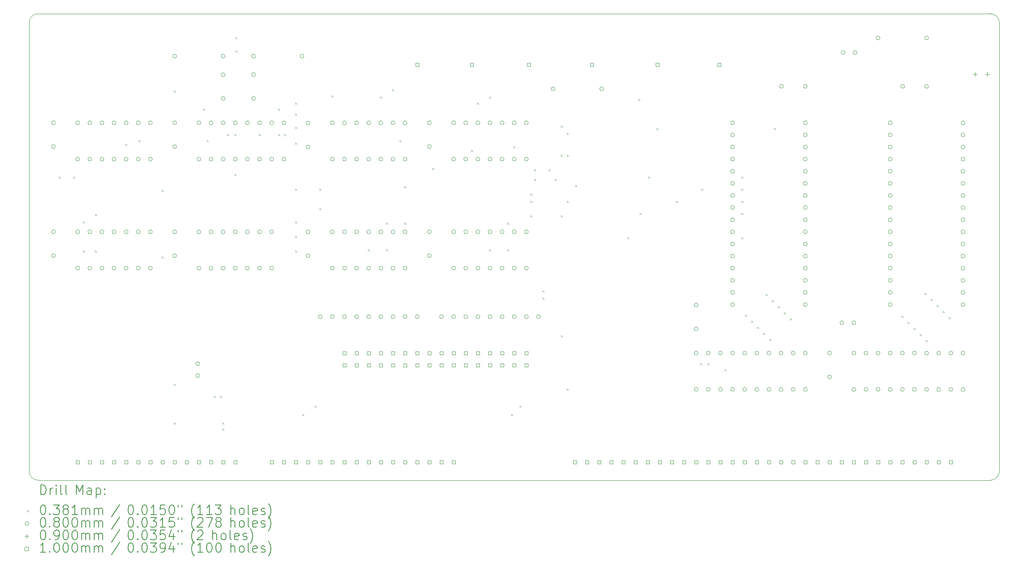
<source format=gbr>
%TF.GenerationSoftware,KiCad,Pcbnew,(7.0.0)*%
%TF.CreationDate,2023-09-24T17:50:38-07:00*%
%TF.ProjectId,ram,72616d2e-6b69-4636-9164-5f7063625858,rev?*%
%TF.SameCoordinates,Original*%
%TF.FileFunction,Drillmap*%
%TF.FilePolarity,Positive*%
%FSLAX45Y45*%
G04 Gerber Fmt 4.5, Leading zero omitted, Abs format (unit mm)*
G04 Created by KiCad (PCBNEW (7.0.0)) date 2023-09-24 17:50:38*
%MOMM*%
%LPD*%
G01*
G04 APERTURE LIST*
%ADD10C,0.100000*%
%ADD11C,0.200000*%
%ADD12C,0.038100*%
%ADD13C,0.080000*%
%ADD14C,0.090000*%
G04 APERTURE END LIST*
D10*
X25400000Y-5270500D02*
X25400000Y-14668500D01*
X25209500Y-14859000D02*
G75*
G03*
X25400000Y-14668500I0J190500D01*
G01*
X5080000Y-14668500D02*
G75*
G03*
X5270500Y-14859000I190500J0D01*
G01*
X5080000Y-14668500D02*
X5080000Y-5270500D01*
X5270500Y-5080000D02*
G75*
G03*
X5080000Y-5270500I0J-190500D01*
G01*
X25209500Y-14859000D02*
X5270500Y-14859000D01*
X25400000Y-5270500D02*
G75*
G03*
X25209500Y-5080000I-190500J0D01*
G01*
X5270500Y-5080000D02*
X25209500Y-5080000D01*
D11*
D12*
X5695950Y-8489950D02*
X5734050Y-8528050D01*
X5734050Y-8489950D02*
X5695950Y-8528050D01*
X6000750Y-8489950D02*
X6038850Y-8528050D01*
X6038850Y-8489950D02*
X6000750Y-8528050D01*
X6203950Y-9429750D02*
X6242050Y-9467850D01*
X6242050Y-9429750D02*
X6203950Y-9467850D01*
X6203950Y-10039350D02*
X6242050Y-10077450D01*
X6242050Y-10039350D02*
X6203950Y-10077450D01*
X6457950Y-9277350D02*
X6496050Y-9315450D01*
X6496050Y-9277350D02*
X6457950Y-9315450D01*
X6457950Y-10039350D02*
X6496050Y-10077450D01*
X6496050Y-10039350D02*
X6457950Y-10077450D01*
X7092950Y-7804150D02*
X7131050Y-7842250D01*
X7131050Y-7804150D02*
X7092950Y-7842250D01*
X7372350Y-7727950D02*
X7410450Y-7766050D01*
X7410450Y-7727950D02*
X7372350Y-7766050D01*
X7854950Y-8769350D02*
X7893050Y-8807450D01*
X7893050Y-8769350D02*
X7854950Y-8807450D01*
X7854950Y-10166350D02*
X7893050Y-10204450D01*
X7893050Y-10166350D02*
X7854950Y-10204450D01*
X8108950Y-6686550D02*
X8147050Y-6724650D01*
X8147050Y-6686550D02*
X8108950Y-6724650D01*
X8108950Y-12833350D02*
X8147050Y-12871450D01*
X8147050Y-12833350D02*
X8108950Y-12871450D01*
X8108950Y-13646150D02*
X8147050Y-13684250D01*
X8147050Y-13646150D02*
X8108950Y-13684250D01*
X8718550Y-7067550D02*
X8756650Y-7105650D01*
X8756650Y-7067550D02*
X8718550Y-7105650D01*
X8794750Y-7727950D02*
X8832850Y-7766050D01*
X8832850Y-7727950D02*
X8794750Y-7766050D01*
X8947150Y-13087350D02*
X8985250Y-13125450D01*
X8985250Y-13087350D02*
X8947150Y-13125450D01*
X9074150Y-13087350D02*
X9112250Y-13125450D01*
X9112250Y-13087350D02*
X9074150Y-13125450D01*
X9124950Y-13646150D02*
X9163050Y-13684250D01*
X9163050Y-13646150D02*
X9124950Y-13684250D01*
X9124950Y-13773150D02*
X9163050Y-13811250D01*
X9163050Y-13773150D02*
X9124950Y-13811250D01*
X9226550Y-7600950D02*
X9264650Y-7639050D01*
X9264650Y-7600950D02*
X9226550Y-7639050D01*
X9378950Y-7600950D02*
X9417050Y-7639050D01*
X9417050Y-7600950D02*
X9378950Y-7639050D01*
X9378950Y-8439150D02*
X9417050Y-8477250D01*
X9417050Y-8439150D02*
X9378950Y-8477250D01*
X9404350Y-5568950D02*
X9442450Y-5607050D01*
X9442450Y-5568950D02*
X9404350Y-5607050D01*
X9404350Y-5848350D02*
X9442450Y-5886450D01*
X9442450Y-5848350D02*
X9404350Y-5886450D01*
X9886950Y-7600950D02*
X9925050Y-7639050D01*
X9925050Y-7600950D02*
X9886950Y-7639050D01*
X10293350Y-7067550D02*
X10331450Y-7105650D01*
X10331450Y-7067550D02*
X10293350Y-7105650D01*
X10293350Y-7600950D02*
X10331450Y-7639050D01*
X10331450Y-7600950D02*
X10293350Y-7639050D01*
X10420350Y-7600950D02*
X10458450Y-7639050D01*
X10458450Y-7600950D02*
X10420350Y-7639050D01*
X10648950Y-6940550D02*
X10687050Y-6978650D01*
X10687050Y-6940550D02*
X10648950Y-6978650D01*
X10648950Y-7169150D02*
X10687050Y-7207250D01*
X10687050Y-7169150D02*
X10648950Y-7207250D01*
X10648950Y-7448550D02*
X10687050Y-7486650D01*
X10687050Y-7448550D02*
X10648950Y-7486650D01*
X10648950Y-7778750D02*
X10687050Y-7816850D01*
X10687050Y-7778750D02*
X10648950Y-7816850D01*
X10648950Y-8743950D02*
X10687050Y-8782050D01*
X10687050Y-8743950D02*
X10648950Y-8782050D01*
X10648950Y-9429750D02*
X10687050Y-9467850D01*
X10687050Y-9429750D02*
X10648950Y-9467850D01*
X10648950Y-9734550D02*
X10687050Y-9772650D01*
X10687050Y-9734550D02*
X10648950Y-9772650D01*
X10648950Y-10039350D02*
X10687050Y-10077450D01*
X10687050Y-10039350D02*
X10648950Y-10077450D01*
X10801350Y-13468350D02*
X10839450Y-13506450D01*
X10839450Y-13468350D02*
X10801350Y-13506450D01*
X11055350Y-13290550D02*
X11093450Y-13328650D01*
X11093450Y-13290550D02*
X11055350Y-13328650D01*
X11156950Y-8743950D02*
X11195050Y-8782050D01*
X11195050Y-8743950D02*
X11156950Y-8782050D01*
X11156950Y-9150350D02*
X11195050Y-9188450D01*
X11195050Y-9150350D02*
X11156950Y-9188450D01*
X11410950Y-6788150D02*
X11449050Y-6826250D01*
X11449050Y-6788150D02*
X11410950Y-6826250D01*
X12172950Y-10013950D02*
X12211050Y-10052050D01*
X12211050Y-10013950D02*
X12172950Y-10052050D01*
X12426950Y-6813550D02*
X12465050Y-6851650D01*
X12465050Y-6813550D02*
X12426950Y-6851650D01*
X12553950Y-9455150D02*
X12592050Y-9493250D01*
X12592050Y-9455150D02*
X12553950Y-9493250D01*
X12553950Y-10013950D02*
X12592050Y-10052050D01*
X12592050Y-10013950D02*
X12553950Y-10052050D01*
X12680950Y-6661150D02*
X12719050Y-6699250D01*
X12719050Y-6661150D02*
X12680950Y-6699250D01*
X12833350Y-7727950D02*
X12871450Y-7766050D01*
X12871450Y-7727950D02*
X12833350Y-7766050D01*
X12934950Y-8693150D02*
X12973050Y-8731250D01*
X12973050Y-8693150D02*
X12934950Y-8731250D01*
X12934950Y-9455150D02*
X12973050Y-9493250D01*
X12973050Y-9455150D02*
X12934950Y-9493250D01*
X13519150Y-8312150D02*
X13557250Y-8350250D01*
X13557250Y-8312150D02*
X13519150Y-8350250D01*
X14331950Y-7931150D02*
X14370050Y-7969250D01*
X14370050Y-7931150D02*
X14331950Y-7969250D01*
X14458950Y-6940550D02*
X14497050Y-6978650D01*
X14497050Y-6940550D02*
X14458950Y-6978650D01*
X14712450Y-6813550D02*
X14750550Y-6851650D01*
X14750550Y-6813550D02*
X14712450Y-6851650D01*
X14712950Y-10013950D02*
X14751050Y-10052050D01*
X14751050Y-10013950D02*
X14712950Y-10052050D01*
X15093950Y-9455150D02*
X15132050Y-9493250D01*
X15132050Y-9455150D02*
X15093950Y-9493250D01*
X15093950Y-10013950D02*
X15132050Y-10052050D01*
X15132050Y-10013950D02*
X15093950Y-10052050D01*
X15170150Y-13468350D02*
X15208250Y-13506450D01*
X15208250Y-13468350D02*
X15170150Y-13506450D01*
X15220950Y-7854950D02*
X15259050Y-7893050D01*
X15259050Y-7854950D02*
X15220950Y-7893050D01*
X15347950Y-13290550D02*
X15386050Y-13328650D01*
X15386050Y-13290550D02*
X15347950Y-13328650D01*
X15576550Y-8845550D02*
X15614650Y-8883650D01*
X15614650Y-8845550D02*
X15576550Y-8883650D01*
X15576550Y-8997950D02*
X15614650Y-9036050D01*
X15614650Y-8997950D02*
X15576550Y-9036050D01*
X15576550Y-9302750D02*
X15614650Y-9340850D01*
X15614650Y-9302750D02*
X15576550Y-9340850D01*
X15652750Y-8337550D02*
X15690850Y-8375650D01*
X15690850Y-8337550D02*
X15652750Y-8375650D01*
X15652750Y-8540750D02*
X15690850Y-8578850D01*
X15690850Y-8540750D02*
X15652750Y-8578850D01*
X15830550Y-10877550D02*
X15868650Y-10915650D01*
X15868650Y-10877550D02*
X15830550Y-10915650D01*
X15830550Y-11029950D02*
X15868650Y-11068050D01*
X15868650Y-11029950D02*
X15830550Y-11068050D01*
X15957550Y-8337550D02*
X15995650Y-8375650D01*
X15995650Y-8337550D02*
X15957550Y-8375650D01*
X16084550Y-8540750D02*
X16122650Y-8578850D01*
X16122650Y-8540750D02*
X16084550Y-8578850D01*
X16211550Y-7423150D02*
X16249650Y-7461250D01*
X16249650Y-7423150D02*
X16211550Y-7461250D01*
X16211550Y-8032750D02*
X16249650Y-8070850D01*
X16249650Y-8032750D02*
X16211550Y-8070850D01*
X16211550Y-9302750D02*
X16249650Y-9340850D01*
X16249650Y-9302750D02*
X16211550Y-9340850D01*
X16211550Y-11817350D02*
X16249650Y-11855450D01*
X16249650Y-11817350D02*
X16211550Y-11855450D01*
X16338550Y-7575550D02*
X16376650Y-7613650D01*
X16376650Y-7575550D02*
X16338550Y-7613650D01*
X16338550Y-8032750D02*
X16376650Y-8070850D01*
X16376650Y-8032750D02*
X16338550Y-8070850D01*
X16338550Y-8997950D02*
X16376650Y-9036050D01*
X16376650Y-8997950D02*
X16338550Y-9036050D01*
X16338550Y-12934950D02*
X16376650Y-12973050D01*
X16376650Y-12934950D02*
X16338550Y-12973050D01*
X16516350Y-8667750D02*
X16554450Y-8705850D01*
X16554450Y-8667750D02*
X16516350Y-8705850D01*
X17608550Y-9759950D02*
X17646650Y-9798050D01*
X17646650Y-9759950D02*
X17608550Y-9798050D01*
X17837150Y-6864350D02*
X17875250Y-6902450D01*
X17875250Y-6864350D02*
X17837150Y-6902450D01*
X17862550Y-9251950D02*
X17900650Y-9290050D01*
X17900650Y-9251950D02*
X17862550Y-9290050D01*
X18040350Y-8489950D02*
X18078450Y-8528050D01*
X18078450Y-8489950D02*
X18040350Y-8528050D01*
X18218150Y-7473950D02*
X18256250Y-7512050D01*
X18256250Y-7473950D02*
X18218150Y-7512050D01*
X18624550Y-8997950D02*
X18662650Y-9036050D01*
X18662650Y-8997950D02*
X18624550Y-9036050D01*
X19132550Y-12401550D02*
X19170650Y-12439650D01*
X19170650Y-12401550D02*
X19132550Y-12439650D01*
X19157950Y-8743950D02*
X19196050Y-8782050D01*
X19196050Y-8743950D02*
X19157950Y-8782050D01*
X19284950Y-12401550D02*
X19323050Y-12439650D01*
X19323050Y-12401550D02*
X19284950Y-12439650D01*
X19640550Y-12528550D02*
X19678650Y-12566650D01*
X19678650Y-12528550D02*
X19640550Y-12566650D01*
X19996150Y-8489950D02*
X20034250Y-8528050D01*
X20034250Y-8489950D02*
X19996150Y-8528050D01*
X19996150Y-8743950D02*
X20034250Y-8782050D01*
X20034250Y-8743950D02*
X19996150Y-8782050D01*
X19996150Y-8997950D02*
X20034250Y-9036050D01*
X20034250Y-8997950D02*
X19996150Y-9036050D01*
X19996150Y-9251950D02*
X20034250Y-9290050D01*
X20034250Y-9251950D02*
X19996150Y-9290050D01*
X19996150Y-9759950D02*
X20034250Y-9798050D01*
X20034250Y-9759950D02*
X19996150Y-9798050D01*
X20072350Y-11385550D02*
X20110450Y-11423650D01*
X20110450Y-11385550D02*
X20072350Y-11423650D01*
X20199350Y-11512550D02*
X20237450Y-11550650D01*
X20237450Y-11512550D02*
X20199350Y-11550650D01*
X20326350Y-11639550D02*
X20364450Y-11677650D01*
X20364450Y-11639550D02*
X20326350Y-11677650D01*
X20453350Y-11766550D02*
X20491450Y-11804650D01*
X20491450Y-11766550D02*
X20453350Y-11804650D01*
X20504150Y-10953750D02*
X20542250Y-10991850D01*
X20542250Y-10953750D02*
X20504150Y-10991850D01*
X20580350Y-11893550D02*
X20618450Y-11931650D01*
X20618450Y-11893550D02*
X20580350Y-11931650D01*
X20631150Y-11080750D02*
X20669250Y-11118850D01*
X20669250Y-11080750D02*
X20631150Y-11118850D01*
X20681950Y-7473950D02*
X20720050Y-7512050D01*
X20720050Y-7473950D02*
X20681950Y-7512050D01*
X20758150Y-11207750D02*
X20796250Y-11245850D01*
X20796250Y-11207750D02*
X20758150Y-11245850D01*
X20885150Y-11334750D02*
X20923250Y-11372850D01*
X20923250Y-11334750D02*
X20885150Y-11372850D01*
X21012150Y-11461750D02*
X21050250Y-11499850D01*
X21050250Y-11461750D02*
X21012150Y-11499850D01*
X23348950Y-11410950D02*
X23387050Y-11449050D01*
X23387050Y-11410950D02*
X23348950Y-11449050D01*
X23475950Y-11537950D02*
X23514050Y-11576050D01*
X23514050Y-11537950D02*
X23475950Y-11576050D01*
X23602950Y-11664950D02*
X23641050Y-11703050D01*
X23641050Y-11664950D02*
X23602950Y-11703050D01*
X23729950Y-11791950D02*
X23768050Y-11830050D01*
X23768050Y-11791950D02*
X23729950Y-11830050D01*
X23831550Y-10928350D02*
X23869650Y-10966450D01*
X23869650Y-10928350D02*
X23831550Y-10966450D01*
X23856950Y-11918950D02*
X23895050Y-11957050D01*
X23895050Y-11918950D02*
X23856950Y-11957050D01*
X23958550Y-11055350D02*
X23996650Y-11093450D01*
X23996650Y-11055350D02*
X23958550Y-11093450D01*
X24085550Y-11182350D02*
X24123650Y-11220450D01*
X24123650Y-11182350D02*
X24085550Y-11220450D01*
X24212550Y-11309350D02*
X24250650Y-11347450D01*
X24250650Y-11309350D02*
X24212550Y-11347450D01*
X24339550Y-11436350D02*
X24377650Y-11474450D01*
X24377650Y-11436350D02*
X24339550Y-11474450D01*
D13*
X5628000Y-7366000D02*
G75*
G03*
X5628000Y-7366000I-40000J0D01*
G01*
X5628000Y-7866000D02*
G75*
G03*
X5628000Y-7866000I-40000J0D01*
G01*
X5628000Y-9652000D02*
G75*
G03*
X5628000Y-9652000I-40000J0D01*
G01*
X5628000Y-10152000D02*
G75*
G03*
X5628000Y-10152000I-40000J0D01*
G01*
X6136000Y-7366000D02*
G75*
G03*
X6136000Y-7366000I-40000J0D01*
G01*
X6136000Y-8128000D02*
G75*
G03*
X6136000Y-8128000I-40000J0D01*
G01*
X6136000Y-9652000D02*
G75*
G03*
X6136000Y-9652000I-40000J0D01*
G01*
X6136000Y-10414000D02*
G75*
G03*
X6136000Y-10414000I-40000J0D01*
G01*
X6390000Y-7366000D02*
G75*
G03*
X6390000Y-7366000I-40000J0D01*
G01*
X6390000Y-8128000D02*
G75*
G03*
X6390000Y-8128000I-40000J0D01*
G01*
X6390000Y-9652000D02*
G75*
G03*
X6390000Y-9652000I-40000J0D01*
G01*
X6390000Y-10414000D02*
G75*
G03*
X6390000Y-10414000I-40000J0D01*
G01*
X6644000Y-7366000D02*
G75*
G03*
X6644000Y-7366000I-40000J0D01*
G01*
X6644000Y-8128000D02*
G75*
G03*
X6644000Y-8128000I-40000J0D01*
G01*
X6644000Y-9652000D02*
G75*
G03*
X6644000Y-9652000I-40000J0D01*
G01*
X6644000Y-10414000D02*
G75*
G03*
X6644000Y-10414000I-40000J0D01*
G01*
X6898000Y-7366000D02*
G75*
G03*
X6898000Y-7366000I-40000J0D01*
G01*
X6898000Y-8128000D02*
G75*
G03*
X6898000Y-8128000I-40000J0D01*
G01*
X6898000Y-9652000D02*
G75*
G03*
X6898000Y-9652000I-40000J0D01*
G01*
X6898000Y-10414000D02*
G75*
G03*
X6898000Y-10414000I-40000J0D01*
G01*
X7152000Y-7366000D02*
G75*
G03*
X7152000Y-7366000I-40000J0D01*
G01*
X7152000Y-8128000D02*
G75*
G03*
X7152000Y-8128000I-40000J0D01*
G01*
X7152000Y-9652000D02*
G75*
G03*
X7152000Y-9652000I-40000J0D01*
G01*
X7152000Y-10414000D02*
G75*
G03*
X7152000Y-10414000I-40000J0D01*
G01*
X7406000Y-7366000D02*
G75*
G03*
X7406000Y-7366000I-40000J0D01*
G01*
X7406000Y-8128000D02*
G75*
G03*
X7406000Y-8128000I-40000J0D01*
G01*
X7406000Y-9652000D02*
G75*
G03*
X7406000Y-9652000I-40000J0D01*
G01*
X7406000Y-10414000D02*
G75*
G03*
X7406000Y-10414000I-40000J0D01*
G01*
X7660000Y-7366000D02*
G75*
G03*
X7660000Y-7366000I-40000J0D01*
G01*
X7660000Y-8128000D02*
G75*
G03*
X7660000Y-8128000I-40000J0D01*
G01*
X7660000Y-9652000D02*
G75*
G03*
X7660000Y-9652000I-40000J0D01*
G01*
X7660000Y-10414000D02*
G75*
G03*
X7660000Y-10414000I-40000J0D01*
G01*
X8168000Y-5969000D02*
G75*
G03*
X8168000Y-5969000I-40000J0D01*
G01*
X8168000Y-7366000D02*
G75*
G03*
X8168000Y-7366000I-40000J0D01*
G01*
X8168000Y-7866000D02*
G75*
G03*
X8168000Y-7866000I-40000J0D01*
G01*
X8168000Y-9652000D02*
G75*
G03*
X8168000Y-9652000I-40000J0D01*
G01*
X8168000Y-10152000D02*
G75*
G03*
X8168000Y-10152000I-40000J0D01*
G01*
X8650600Y-12415838D02*
G75*
G03*
X8650600Y-12415838I-40000J0D01*
G01*
X8650600Y-12665838D02*
G75*
G03*
X8650600Y-12665838I-40000J0D01*
G01*
X8676000Y-7366000D02*
G75*
G03*
X8676000Y-7366000I-40000J0D01*
G01*
X8676000Y-8128000D02*
G75*
G03*
X8676000Y-8128000I-40000J0D01*
G01*
X8676000Y-9652000D02*
G75*
G03*
X8676000Y-9652000I-40000J0D01*
G01*
X8676000Y-10414000D02*
G75*
G03*
X8676000Y-10414000I-40000J0D01*
G01*
X8930000Y-7366000D02*
G75*
G03*
X8930000Y-7366000I-40000J0D01*
G01*
X8930000Y-8128000D02*
G75*
G03*
X8930000Y-8128000I-40000J0D01*
G01*
X8930000Y-9652000D02*
G75*
G03*
X8930000Y-9652000I-40000J0D01*
G01*
X8930000Y-10414000D02*
G75*
G03*
X8930000Y-10414000I-40000J0D01*
G01*
X9184000Y-5969000D02*
G75*
G03*
X9184000Y-5969000I-40000J0D01*
G01*
X9184000Y-6358000D02*
G75*
G03*
X9184000Y-6358000I-40000J0D01*
G01*
X9184000Y-6858000D02*
G75*
G03*
X9184000Y-6858000I-40000J0D01*
G01*
X9184000Y-7366000D02*
G75*
G03*
X9184000Y-7366000I-40000J0D01*
G01*
X9184000Y-8128000D02*
G75*
G03*
X9184000Y-8128000I-40000J0D01*
G01*
X9184000Y-9652000D02*
G75*
G03*
X9184000Y-9652000I-40000J0D01*
G01*
X9184000Y-10414000D02*
G75*
G03*
X9184000Y-10414000I-40000J0D01*
G01*
X9438000Y-7366000D02*
G75*
G03*
X9438000Y-7366000I-40000J0D01*
G01*
X9438000Y-8128000D02*
G75*
G03*
X9438000Y-8128000I-40000J0D01*
G01*
X9438000Y-9652000D02*
G75*
G03*
X9438000Y-9652000I-40000J0D01*
G01*
X9438000Y-10414000D02*
G75*
G03*
X9438000Y-10414000I-40000J0D01*
G01*
X9692000Y-7366000D02*
G75*
G03*
X9692000Y-7366000I-40000J0D01*
G01*
X9692000Y-8128000D02*
G75*
G03*
X9692000Y-8128000I-40000J0D01*
G01*
X9692000Y-9652000D02*
G75*
G03*
X9692000Y-9652000I-40000J0D01*
G01*
X9692000Y-10414000D02*
G75*
G03*
X9692000Y-10414000I-40000J0D01*
G01*
X9819000Y-5969000D02*
G75*
G03*
X9819000Y-5969000I-40000J0D01*
G01*
X9819000Y-6358000D02*
G75*
G03*
X9819000Y-6358000I-40000J0D01*
G01*
X9819000Y-6858000D02*
G75*
G03*
X9819000Y-6858000I-40000J0D01*
G01*
X9946000Y-7366000D02*
G75*
G03*
X9946000Y-7366000I-40000J0D01*
G01*
X9946000Y-8128000D02*
G75*
G03*
X9946000Y-8128000I-40000J0D01*
G01*
X9946000Y-9652000D02*
G75*
G03*
X9946000Y-9652000I-40000J0D01*
G01*
X9946000Y-10414000D02*
G75*
G03*
X9946000Y-10414000I-40000J0D01*
G01*
X10200000Y-7366000D02*
G75*
G03*
X10200000Y-7366000I-40000J0D01*
G01*
X10200000Y-8128000D02*
G75*
G03*
X10200000Y-8128000I-40000J0D01*
G01*
X10200000Y-9652000D02*
G75*
G03*
X10200000Y-9652000I-40000J0D01*
G01*
X10200000Y-10414000D02*
G75*
G03*
X10200000Y-10414000I-40000J0D01*
G01*
X10454000Y-7366000D02*
G75*
G03*
X10454000Y-7366000I-40000J0D01*
G01*
X10454000Y-8128000D02*
G75*
G03*
X10454000Y-8128000I-40000J0D01*
G01*
X10835000Y-5969000D02*
G75*
G03*
X10835000Y-5969000I-40000J0D01*
G01*
X10962000Y-7374000D02*
G75*
G03*
X10962000Y-7374000I-40000J0D01*
G01*
X10962000Y-7874000D02*
G75*
G03*
X10962000Y-7874000I-40000J0D01*
G01*
X10962000Y-9652000D02*
G75*
G03*
X10962000Y-9652000I-40000J0D01*
G01*
X10962000Y-10152000D02*
G75*
G03*
X10962000Y-10152000I-40000J0D01*
G01*
X11216000Y-11430000D02*
G75*
G03*
X11216000Y-11430000I-40000J0D01*
G01*
X11470000Y-7366000D02*
G75*
G03*
X11470000Y-7366000I-40000J0D01*
G01*
X11470000Y-8128000D02*
G75*
G03*
X11470000Y-8128000I-40000J0D01*
G01*
X11470000Y-9652000D02*
G75*
G03*
X11470000Y-9652000I-40000J0D01*
G01*
X11470000Y-10414000D02*
G75*
G03*
X11470000Y-10414000I-40000J0D01*
G01*
X11470000Y-11430000D02*
G75*
G03*
X11470000Y-11430000I-40000J0D01*
G01*
X11724000Y-7366000D02*
G75*
G03*
X11724000Y-7366000I-40000J0D01*
G01*
X11724000Y-8128000D02*
G75*
G03*
X11724000Y-8128000I-40000J0D01*
G01*
X11724000Y-9652000D02*
G75*
G03*
X11724000Y-9652000I-40000J0D01*
G01*
X11724000Y-10414000D02*
G75*
G03*
X11724000Y-10414000I-40000J0D01*
G01*
X11724000Y-11430000D02*
G75*
G03*
X11724000Y-11430000I-40000J0D01*
G01*
X11978000Y-7366000D02*
G75*
G03*
X11978000Y-7366000I-40000J0D01*
G01*
X11978000Y-8128000D02*
G75*
G03*
X11978000Y-8128000I-40000J0D01*
G01*
X11978000Y-9652000D02*
G75*
G03*
X11978000Y-9652000I-40000J0D01*
G01*
X11978000Y-10414000D02*
G75*
G03*
X11978000Y-10414000I-40000J0D01*
G01*
X11978000Y-11430000D02*
G75*
G03*
X11978000Y-11430000I-40000J0D01*
G01*
X12232000Y-7366000D02*
G75*
G03*
X12232000Y-7366000I-40000J0D01*
G01*
X12232000Y-8128000D02*
G75*
G03*
X12232000Y-8128000I-40000J0D01*
G01*
X12232000Y-9652000D02*
G75*
G03*
X12232000Y-9652000I-40000J0D01*
G01*
X12232000Y-10414000D02*
G75*
G03*
X12232000Y-10414000I-40000J0D01*
G01*
X12232000Y-11430000D02*
G75*
G03*
X12232000Y-11430000I-40000J0D01*
G01*
X12486000Y-7366000D02*
G75*
G03*
X12486000Y-7366000I-40000J0D01*
G01*
X12486000Y-8128000D02*
G75*
G03*
X12486000Y-8128000I-40000J0D01*
G01*
X12486000Y-9652000D02*
G75*
G03*
X12486000Y-9652000I-40000J0D01*
G01*
X12486000Y-10414000D02*
G75*
G03*
X12486000Y-10414000I-40000J0D01*
G01*
X12486000Y-11430000D02*
G75*
G03*
X12486000Y-11430000I-40000J0D01*
G01*
X12740000Y-7366000D02*
G75*
G03*
X12740000Y-7366000I-40000J0D01*
G01*
X12740000Y-8128000D02*
G75*
G03*
X12740000Y-8128000I-40000J0D01*
G01*
X12740000Y-9652000D02*
G75*
G03*
X12740000Y-9652000I-40000J0D01*
G01*
X12740000Y-10414000D02*
G75*
G03*
X12740000Y-10414000I-40000J0D01*
G01*
X12740000Y-11430000D02*
G75*
G03*
X12740000Y-11430000I-40000J0D01*
G01*
X12994000Y-7366000D02*
G75*
G03*
X12994000Y-7366000I-40000J0D01*
G01*
X12994000Y-8128000D02*
G75*
G03*
X12994000Y-8128000I-40000J0D01*
G01*
X12994000Y-9652000D02*
G75*
G03*
X12994000Y-9652000I-40000J0D01*
G01*
X12994000Y-10414000D02*
G75*
G03*
X12994000Y-10414000I-40000J0D01*
G01*
X12994000Y-11430000D02*
G75*
G03*
X12994000Y-11430000I-40000J0D01*
G01*
X13248000Y-11430000D02*
G75*
G03*
X13248000Y-11430000I-40000J0D01*
G01*
X13502000Y-7366000D02*
G75*
G03*
X13502000Y-7366000I-40000J0D01*
G01*
X13502000Y-7866000D02*
G75*
G03*
X13502000Y-7866000I-40000J0D01*
G01*
X13502000Y-9652000D02*
G75*
G03*
X13502000Y-9652000I-40000J0D01*
G01*
X13502000Y-10152000D02*
G75*
G03*
X13502000Y-10152000I-40000J0D01*
G01*
X13756000Y-11430000D02*
G75*
G03*
X13756000Y-11430000I-40000J0D01*
G01*
X14009500Y-7366000D02*
G75*
G03*
X14009500Y-7366000I-40000J0D01*
G01*
X14009500Y-8128000D02*
G75*
G03*
X14009500Y-8128000I-40000J0D01*
G01*
X14010000Y-9652000D02*
G75*
G03*
X14010000Y-9652000I-40000J0D01*
G01*
X14010000Y-10414000D02*
G75*
G03*
X14010000Y-10414000I-40000J0D01*
G01*
X14010000Y-11430000D02*
G75*
G03*
X14010000Y-11430000I-40000J0D01*
G01*
X14263500Y-7366000D02*
G75*
G03*
X14263500Y-7366000I-40000J0D01*
G01*
X14263500Y-8128000D02*
G75*
G03*
X14263500Y-8128000I-40000J0D01*
G01*
X14264000Y-9652000D02*
G75*
G03*
X14264000Y-9652000I-40000J0D01*
G01*
X14264000Y-10414000D02*
G75*
G03*
X14264000Y-10414000I-40000J0D01*
G01*
X14264000Y-11430000D02*
G75*
G03*
X14264000Y-11430000I-40000J0D01*
G01*
X14517500Y-7366000D02*
G75*
G03*
X14517500Y-7366000I-40000J0D01*
G01*
X14517500Y-8128000D02*
G75*
G03*
X14517500Y-8128000I-40000J0D01*
G01*
X14518000Y-9652000D02*
G75*
G03*
X14518000Y-9652000I-40000J0D01*
G01*
X14518000Y-10414000D02*
G75*
G03*
X14518000Y-10414000I-40000J0D01*
G01*
X14518000Y-11430000D02*
G75*
G03*
X14518000Y-11430000I-40000J0D01*
G01*
X14771500Y-7366000D02*
G75*
G03*
X14771500Y-7366000I-40000J0D01*
G01*
X14771500Y-8128000D02*
G75*
G03*
X14771500Y-8128000I-40000J0D01*
G01*
X14772000Y-9652000D02*
G75*
G03*
X14772000Y-9652000I-40000J0D01*
G01*
X14772000Y-10414000D02*
G75*
G03*
X14772000Y-10414000I-40000J0D01*
G01*
X14772000Y-11430000D02*
G75*
G03*
X14772000Y-11430000I-40000J0D01*
G01*
X15025500Y-7366000D02*
G75*
G03*
X15025500Y-7366000I-40000J0D01*
G01*
X15025500Y-8128000D02*
G75*
G03*
X15025500Y-8128000I-40000J0D01*
G01*
X15026000Y-9652000D02*
G75*
G03*
X15026000Y-9652000I-40000J0D01*
G01*
X15026000Y-10414000D02*
G75*
G03*
X15026000Y-10414000I-40000J0D01*
G01*
X15026000Y-11430000D02*
G75*
G03*
X15026000Y-11430000I-40000J0D01*
G01*
X15279500Y-7366000D02*
G75*
G03*
X15279500Y-7366000I-40000J0D01*
G01*
X15279500Y-8128000D02*
G75*
G03*
X15279500Y-8128000I-40000J0D01*
G01*
X15280000Y-9652000D02*
G75*
G03*
X15280000Y-9652000I-40000J0D01*
G01*
X15280000Y-10414000D02*
G75*
G03*
X15280000Y-10414000I-40000J0D01*
G01*
X15280000Y-11430000D02*
G75*
G03*
X15280000Y-11430000I-40000J0D01*
G01*
X15533500Y-7366000D02*
G75*
G03*
X15533500Y-7366000I-40000J0D01*
G01*
X15533500Y-8128000D02*
G75*
G03*
X15533500Y-8128000I-40000J0D01*
G01*
X15534000Y-9652000D02*
G75*
G03*
X15534000Y-9652000I-40000J0D01*
G01*
X15534000Y-10414000D02*
G75*
G03*
X15534000Y-10414000I-40000J0D01*
G01*
X15534000Y-11430000D02*
G75*
G03*
X15534000Y-11430000I-40000J0D01*
G01*
X15788000Y-11430000D02*
G75*
G03*
X15788000Y-11430000I-40000J0D01*
G01*
X16092800Y-6654800D02*
G75*
G03*
X16092800Y-6654800I-40000J0D01*
G01*
X17108800Y-6654800D02*
G75*
G03*
X17108800Y-6654800I-40000J0D01*
G01*
X19090000Y-11184000D02*
G75*
G03*
X19090000Y-11184000I-40000J0D01*
G01*
X19090000Y-11684000D02*
G75*
G03*
X19090000Y-11684000I-40000J0D01*
G01*
X19090000Y-12192000D02*
G75*
G03*
X19090000Y-12192000I-40000J0D01*
G01*
X19090000Y-12954000D02*
G75*
G03*
X19090000Y-12954000I-40000J0D01*
G01*
X19344000Y-12192000D02*
G75*
G03*
X19344000Y-12192000I-40000J0D01*
G01*
X19344000Y-12954000D02*
G75*
G03*
X19344000Y-12954000I-40000J0D01*
G01*
X19598000Y-12192000D02*
G75*
G03*
X19598000Y-12192000I-40000J0D01*
G01*
X19598000Y-12954000D02*
G75*
G03*
X19598000Y-12954000I-40000J0D01*
G01*
X19852000Y-7366000D02*
G75*
G03*
X19852000Y-7366000I-40000J0D01*
G01*
X19852000Y-7620000D02*
G75*
G03*
X19852000Y-7620000I-40000J0D01*
G01*
X19852000Y-7874000D02*
G75*
G03*
X19852000Y-7874000I-40000J0D01*
G01*
X19852000Y-8128000D02*
G75*
G03*
X19852000Y-8128000I-40000J0D01*
G01*
X19852000Y-8382000D02*
G75*
G03*
X19852000Y-8382000I-40000J0D01*
G01*
X19852000Y-8636000D02*
G75*
G03*
X19852000Y-8636000I-40000J0D01*
G01*
X19852000Y-8890000D02*
G75*
G03*
X19852000Y-8890000I-40000J0D01*
G01*
X19852000Y-9144000D02*
G75*
G03*
X19852000Y-9144000I-40000J0D01*
G01*
X19852000Y-9398000D02*
G75*
G03*
X19852000Y-9398000I-40000J0D01*
G01*
X19852000Y-9652000D02*
G75*
G03*
X19852000Y-9652000I-40000J0D01*
G01*
X19852000Y-9906000D02*
G75*
G03*
X19852000Y-9906000I-40000J0D01*
G01*
X19852000Y-10160000D02*
G75*
G03*
X19852000Y-10160000I-40000J0D01*
G01*
X19852000Y-10414000D02*
G75*
G03*
X19852000Y-10414000I-40000J0D01*
G01*
X19852000Y-10668000D02*
G75*
G03*
X19852000Y-10668000I-40000J0D01*
G01*
X19852000Y-10922000D02*
G75*
G03*
X19852000Y-10922000I-40000J0D01*
G01*
X19852000Y-11176000D02*
G75*
G03*
X19852000Y-11176000I-40000J0D01*
G01*
X19852000Y-12192000D02*
G75*
G03*
X19852000Y-12192000I-40000J0D01*
G01*
X19852000Y-12954000D02*
G75*
G03*
X19852000Y-12954000I-40000J0D01*
G01*
X20106000Y-12192000D02*
G75*
G03*
X20106000Y-12192000I-40000J0D01*
G01*
X20106000Y-12954000D02*
G75*
G03*
X20106000Y-12954000I-40000J0D01*
G01*
X20360000Y-12192000D02*
G75*
G03*
X20360000Y-12192000I-40000J0D01*
G01*
X20360000Y-12954000D02*
G75*
G03*
X20360000Y-12954000I-40000J0D01*
G01*
X20614000Y-12192000D02*
G75*
G03*
X20614000Y-12192000I-40000J0D01*
G01*
X20614000Y-12954000D02*
G75*
G03*
X20614000Y-12954000I-40000J0D01*
G01*
X20868000Y-12192000D02*
G75*
G03*
X20868000Y-12192000I-40000J0D01*
G01*
X20868000Y-12954000D02*
G75*
G03*
X20868000Y-12954000I-40000J0D01*
G01*
X20876000Y-6604000D02*
G75*
G03*
X20876000Y-6604000I-40000J0D01*
G01*
X21122000Y-12192000D02*
G75*
G03*
X21122000Y-12192000I-40000J0D01*
G01*
X21122000Y-12954000D02*
G75*
G03*
X21122000Y-12954000I-40000J0D01*
G01*
X21376000Y-6604000D02*
G75*
G03*
X21376000Y-6604000I-40000J0D01*
G01*
X21376000Y-7366000D02*
G75*
G03*
X21376000Y-7366000I-40000J0D01*
G01*
X21376000Y-7620000D02*
G75*
G03*
X21376000Y-7620000I-40000J0D01*
G01*
X21376000Y-7874000D02*
G75*
G03*
X21376000Y-7874000I-40000J0D01*
G01*
X21376000Y-8128000D02*
G75*
G03*
X21376000Y-8128000I-40000J0D01*
G01*
X21376000Y-8382000D02*
G75*
G03*
X21376000Y-8382000I-40000J0D01*
G01*
X21376000Y-8636000D02*
G75*
G03*
X21376000Y-8636000I-40000J0D01*
G01*
X21376000Y-8890000D02*
G75*
G03*
X21376000Y-8890000I-40000J0D01*
G01*
X21376000Y-9144000D02*
G75*
G03*
X21376000Y-9144000I-40000J0D01*
G01*
X21376000Y-9398000D02*
G75*
G03*
X21376000Y-9398000I-40000J0D01*
G01*
X21376000Y-9652000D02*
G75*
G03*
X21376000Y-9652000I-40000J0D01*
G01*
X21376000Y-9906000D02*
G75*
G03*
X21376000Y-9906000I-40000J0D01*
G01*
X21376000Y-10160000D02*
G75*
G03*
X21376000Y-10160000I-40000J0D01*
G01*
X21376000Y-10414000D02*
G75*
G03*
X21376000Y-10414000I-40000J0D01*
G01*
X21376000Y-10668000D02*
G75*
G03*
X21376000Y-10668000I-40000J0D01*
G01*
X21376000Y-10922000D02*
G75*
G03*
X21376000Y-10922000I-40000J0D01*
G01*
X21376000Y-11176000D02*
G75*
G03*
X21376000Y-11176000I-40000J0D01*
G01*
X21376000Y-12192000D02*
G75*
G03*
X21376000Y-12192000I-40000J0D01*
G01*
X21376000Y-12954000D02*
G75*
G03*
X21376000Y-12954000I-40000J0D01*
G01*
X21884000Y-12192000D02*
G75*
G03*
X21884000Y-12192000I-40000J0D01*
G01*
X21884000Y-12692000D02*
G75*
G03*
X21884000Y-12692000I-40000J0D01*
G01*
X22142000Y-11557000D02*
G75*
G03*
X22142000Y-11557000I-40000J0D01*
G01*
X22167400Y-5892800D02*
G75*
G03*
X22167400Y-5892800I-40000J0D01*
G01*
X22392000Y-11557000D02*
G75*
G03*
X22392000Y-11557000I-40000J0D01*
G01*
X22392000Y-12192000D02*
G75*
G03*
X22392000Y-12192000I-40000J0D01*
G01*
X22392000Y-12954000D02*
G75*
G03*
X22392000Y-12954000I-40000J0D01*
G01*
X22417400Y-5892800D02*
G75*
G03*
X22417400Y-5892800I-40000J0D01*
G01*
X22646000Y-12192000D02*
G75*
G03*
X22646000Y-12192000I-40000J0D01*
G01*
X22646000Y-12954000D02*
G75*
G03*
X22646000Y-12954000I-40000J0D01*
G01*
X22900000Y-5588000D02*
G75*
G03*
X22900000Y-5588000I-40000J0D01*
G01*
X22900000Y-12192000D02*
G75*
G03*
X22900000Y-12192000I-40000J0D01*
G01*
X22900000Y-12954000D02*
G75*
G03*
X22900000Y-12954000I-40000J0D01*
G01*
X23154000Y-7366000D02*
G75*
G03*
X23154000Y-7366000I-40000J0D01*
G01*
X23154000Y-7620000D02*
G75*
G03*
X23154000Y-7620000I-40000J0D01*
G01*
X23154000Y-7874000D02*
G75*
G03*
X23154000Y-7874000I-40000J0D01*
G01*
X23154000Y-8128000D02*
G75*
G03*
X23154000Y-8128000I-40000J0D01*
G01*
X23154000Y-8382000D02*
G75*
G03*
X23154000Y-8382000I-40000J0D01*
G01*
X23154000Y-8636000D02*
G75*
G03*
X23154000Y-8636000I-40000J0D01*
G01*
X23154000Y-8890000D02*
G75*
G03*
X23154000Y-8890000I-40000J0D01*
G01*
X23154000Y-9144000D02*
G75*
G03*
X23154000Y-9144000I-40000J0D01*
G01*
X23154000Y-9398000D02*
G75*
G03*
X23154000Y-9398000I-40000J0D01*
G01*
X23154000Y-9652000D02*
G75*
G03*
X23154000Y-9652000I-40000J0D01*
G01*
X23154000Y-9906000D02*
G75*
G03*
X23154000Y-9906000I-40000J0D01*
G01*
X23154000Y-10160000D02*
G75*
G03*
X23154000Y-10160000I-40000J0D01*
G01*
X23154000Y-10414000D02*
G75*
G03*
X23154000Y-10414000I-40000J0D01*
G01*
X23154000Y-10668000D02*
G75*
G03*
X23154000Y-10668000I-40000J0D01*
G01*
X23154000Y-10922000D02*
G75*
G03*
X23154000Y-10922000I-40000J0D01*
G01*
X23154000Y-11176000D02*
G75*
G03*
X23154000Y-11176000I-40000J0D01*
G01*
X23154000Y-12192000D02*
G75*
G03*
X23154000Y-12192000I-40000J0D01*
G01*
X23154000Y-12954000D02*
G75*
G03*
X23154000Y-12954000I-40000J0D01*
G01*
X23408000Y-12192000D02*
G75*
G03*
X23408000Y-12192000I-40000J0D01*
G01*
X23408000Y-12954000D02*
G75*
G03*
X23408000Y-12954000I-40000J0D01*
G01*
X23416000Y-6604000D02*
G75*
G03*
X23416000Y-6604000I-40000J0D01*
G01*
X23662000Y-12192000D02*
G75*
G03*
X23662000Y-12192000I-40000J0D01*
G01*
X23662000Y-12954000D02*
G75*
G03*
X23662000Y-12954000I-40000J0D01*
G01*
X23916000Y-5588000D02*
G75*
G03*
X23916000Y-5588000I-40000J0D01*
G01*
X23916000Y-6604000D02*
G75*
G03*
X23916000Y-6604000I-40000J0D01*
G01*
X23916000Y-12192000D02*
G75*
G03*
X23916000Y-12192000I-40000J0D01*
G01*
X23916000Y-12954000D02*
G75*
G03*
X23916000Y-12954000I-40000J0D01*
G01*
X24170000Y-12192000D02*
G75*
G03*
X24170000Y-12192000I-40000J0D01*
G01*
X24170000Y-12954000D02*
G75*
G03*
X24170000Y-12954000I-40000J0D01*
G01*
X24424000Y-12192000D02*
G75*
G03*
X24424000Y-12192000I-40000J0D01*
G01*
X24424000Y-12954000D02*
G75*
G03*
X24424000Y-12954000I-40000J0D01*
G01*
X24678000Y-7366000D02*
G75*
G03*
X24678000Y-7366000I-40000J0D01*
G01*
X24678000Y-7620000D02*
G75*
G03*
X24678000Y-7620000I-40000J0D01*
G01*
X24678000Y-7874000D02*
G75*
G03*
X24678000Y-7874000I-40000J0D01*
G01*
X24678000Y-8128000D02*
G75*
G03*
X24678000Y-8128000I-40000J0D01*
G01*
X24678000Y-8382000D02*
G75*
G03*
X24678000Y-8382000I-40000J0D01*
G01*
X24678000Y-8636000D02*
G75*
G03*
X24678000Y-8636000I-40000J0D01*
G01*
X24678000Y-8890000D02*
G75*
G03*
X24678000Y-8890000I-40000J0D01*
G01*
X24678000Y-9144000D02*
G75*
G03*
X24678000Y-9144000I-40000J0D01*
G01*
X24678000Y-9398000D02*
G75*
G03*
X24678000Y-9398000I-40000J0D01*
G01*
X24678000Y-9652000D02*
G75*
G03*
X24678000Y-9652000I-40000J0D01*
G01*
X24678000Y-9906000D02*
G75*
G03*
X24678000Y-9906000I-40000J0D01*
G01*
X24678000Y-10160000D02*
G75*
G03*
X24678000Y-10160000I-40000J0D01*
G01*
X24678000Y-10414000D02*
G75*
G03*
X24678000Y-10414000I-40000J0D01*
G01*
X24678000Y-10668000D02*
G75*
G03*
X24678000Y-10668000I-40000J0D01*
G01*
X24678000Y-10922000D02*
G75*
G03*
X24678000Y-10922000I-40000J0D01*
G01*
X24678000Y-11176000D02*
G75*
G03*
X24678000Y-11176000I-40000J0D01*
G01*
X24678000Y-12192000D02*
G75*
G03*
X24678000Y-12192000I-40000J0D01*
G01*
X24678000Y-12954000D02*
G75*
G03*
X24678000Y-12954000I-40000J0D01*
G01*
D14*
X24892000Y-6305000D02*
X24892000Y-6395000D01*
X24847000Y-6350000D02*
X24937000Y-6350000D01*
X25146000Y-6305000D02*
X25146000Y-6395000D01*
X25101000Y-6350000D02*
X25191000Y-6350000D01*
D10*
X6131356Y-14513356D02*
X6131356Y-14442644D01*
X6060644Y-14442644D01*
X6060644Y-14513356D01*
X6131356Y-14513356D01*
X6385356Y-14513356D02*
X6385356Y-14442644D01*
X6314644Y-14442644D01*
X6314644Y-14513356D01*
X6385356Y-14513356D01*
X6639356Y-14513356D02*
X6639356Y-14442644D01*
X6568644Y-14442644D01*
X6568644Y-14513356D01*
X6639356Y-14513356D01*
X6893356Y-14513356D02*
X6893356Y-14442644D01*
X6822644Y-14442644D01*
X6822644Y-14513356D01*
X6893356Y-14513356D01*
X7147356Y-14513356D02*
X7147356Y-14442644D01*
X7076644Y-14442644D01*
X7076644Y-14513356D01*
X7147356Y-14513356D01*
X7401356Y-14513356D02*
X7401356Y-14442644D01*
X7330644Y-14442644D01*
X7330644Y-14513356D01*
X7401356Y-14513356D01*
X7655356Y-14513356D02*
X7655356Y-14442644D01*
X7584644Y-14442644D01*
X7584644Y-14513356D01*
X7655356Y-14513356D01*
X7909356Y-14513356D02*
X7909356Y-14442644D01*
X7838644Y-14442644D01*
X7838644Y-14513356D01*
X7909356Y-14513356D01*
X8163356Y-14513356D02*
X8163356Y-14442644D01*
X8092644Y-14442644D01*
X8092644Y-14513356D01*
X8163356Y-14513356D01*
X8417356Y-14513356D02*
X8417356Y-14442644D01*
X8346644Y-14442644D01*
X8346644Y-14513356D01*
X8417356Y-14513356D01*
X8671356Y-14513356D02*
X8671356Y-14442644D01*
X8600644Y-14442644D01*
X8600644Y-14513356D01*
X8671356Y-14513356D01*
X8925356Y-14513356D02*
X8925356Y-14442644D01*
X8854644Y-14442644D01*
X8854644Y-14513356D01*
X8925356Y-14513356D01*
X9179356Y-14513356D02*
X9179356Y-14442644D01*
X9108644Y-14442644D01*
X9108644Y-14513356D01*
X9179356Y-14513356D01*
X9433356Y-14513356D02*
X9433356Y-14442644D01*
X9362644Y-14442644D01*
X9362644Y-14513356D01*
X9433356Y-14513356D01*
X10195356Y-14513356D02*
X10195356Y-14442644D01*
X10124644Y-14442644D01*
X10124644Y-14513356D01*
X10195356Y-14513356D01*
X10449356Y-14513356D02*
X10449356Y-14442644D01*
X10378644Y-14442644D01*
X10378644Y-14513356D01*
X10449356Y-14513356D01*
X10703356Y-14513356D02*
X10703356Y-14442644D01*
X10632644Y-14442644D01*
X10632644Y-14513356D01*
X10703356Y-14513356D01*
X10957356Y-14513356D02*
X10957356Y-14442644D01*
X10886644Y-14442644D01*
X10886644Y-14513356D01*
X10957356Y-14513356D01*
X11211356Y-14513356D02*
X11211356Y-14442644D01*
X11140644Y-14442644D01*
X11140644Y-14513356D01*
X11211356Y-14513356D01*
X11465356Y-14513356D02*
X11465356Y-14442644D01*
X11394644Y-14442644D01*
X11394644Y-14513356D01*
X11465356Y-14513356D01*
X11719356Y-12227356D02*
X11719356Y-12156644D01*
X11648644Y-12156644D01*
X11648644Y-12227356D01*
X11719356Y-12227356D01*
X11719356Y-12481356D02*
X11719356Y-12410644D01*
X11648644Y-12410644D01*
X11648644Y-12481356D01*
X11719356Y-12481356D01*
X11719356Y-14513356D02*
X11719356Y-14442644D01*
X11648644Y-14442644D01*
X11648644Y-14513356D01*
X11719356Y-14513356D01*
X11973356Y-12227356D02*
X11973356Y-12156644D01*
X11902644Y-12156644D01*
X11902644Y-12227356D01*
X11973356Y-12227356D01*
X11973356Y-12481356D02*
X11973356Y-12410644D01*
X11902644Y-12410644D01*
X11902644Y-12481356D01*
X11973356Y-12481356D01*
X11973356Y-14513356D02*
X11973356Y-14442644D01*
X11902644Y-14442644D01*
X11902644Y-14513356D01*
X11973356Y-14513356D01*
X12227356Y-12227356D02*
X12227356Y-12156644D01*
X12156644Y-12156644D01*
X12156644Y-12227356D01*
X12227356Y-12227356D01*
X12227356Y-12481356D02*
X12227356Y-12410644D01*
X12156644Y-12410644D01*
X12156644Y-12481356D01*
X12227356Y-12481356D01*
X12227356Y-14513356D02*
X12227356Y-14442644D01*
X12156644Y-14442644D01*
X12156644Y-14513356D01*
X12227356Y-14513356D01*
X12481356Y-12227356D02*
X12481356Y-12156644D01*
X12410644Y-12156644D01*
X12410644Y-12227356D01*
X12481356Y-12227356D01*
X12481356Y-12481356D02*
X12481356Y-12410644D01*
X12410644Y-12410644D01*
X12410644Y-12481356D01*
X12481356Y-12481356D01*
X12481356Y-14513356D02*
X12481356Y-14442644D01*
X12410644Y-14442644D01*
X12410644Y-14513356D01*
X12481356Y-14513356D01*
X12735356Y-12227356D02*
X12735356Y-12156644D01*
X12664644Y-12156644D01*
X12664644Y-12227356D01*
X12735356Y-12227356D01*
X12735356Y-12481356D02*
X12735356Y-12410644D01*
X12664644Y-12410644D01*
X12664644Y-12481356D01*
X12735356Y-12481356D01*
X12735356Y-14513356D02*
X12735356Y-14442644D01*
X12664644Y-14442644D01*
X12664644Y-14513356D01*
X12735356Y-14513356D01*
X12989356Y-12227356D02*
X12989356Y-12156644D01*
X12918644Y-12156644D01*
X12918644Y-12227356D01*
X12989356Y-12227356D01*
X12989356Y-12481356D02*
X12989356Y-12410644D01*
X12918644Y-12410644D01*
X12918644Y-12481356D01*
X12989356Y-12481356D01*
X12989356Y-14513356D02*
X12989356Y-14442644D01*
X12918644Y-14442644D01*
X12918644Y-14513356D01*
X12989356Y-14513356D01*
X13243356Y-6182156D02*
X13243356Y-6111444D01*
X13172644Y-6111444D01*
X13172644Y-6182156D01*
X13243356Y-6182156D01*
X13243356Y-12227356D02*
X13243356Y-12156644D01*
X13172644Y-12156644D01*
X13172644Y-12227356D01*
X13243356Y-12227356D01*
X13243356Y-12481356D02*
X13243356Y-12410644D01*
X13172644Y-12410644D01*
X13172644Y-12481356D01*
X13243356Y-12481356D01*
X13243356Y-14513356D02*
X13243356Y-14442644D01*
X13172644Y-14442644D01*
X13172644Y-14513356D01*
X13243356Y-14513356D01*
X13497356Y-12227356D02*
X13497356Y-12156644D01*
X13426644Y-12156644D01*
X13426644Y-12227356D01*
X13497356Y-12227356D01*
X13497356Y-12481356D02*
X13497356Y-12410644D01*
X13426644Y-12410644D01*
X13426644Y-12481356D01*
X13497356Y-12481356D01*
X13497356Y-14513356D02*
X13497356Y-14442644D01*
X13426644Y-14442644D01*
X13426644Y-14513356D01*
X13497356Y-14513356D01*
X13751356Y-12227356D02*
X13751356Y-12156644D01*
X13680644Y-12156644D01*
X13680644Y-12227356D01*
X13751356Y-12227356D01*
X13751356Y-12481356D02*
X13751356Y-12410644D01*
X13680644Y-12410644D01*
X13680644Y-12481356D01*
X13751356Y-12481356D01*
X13751356Y-14513356D02*
X13751356Y-14442644D01*
X13680644Y-14442644D01*
X13680644Y-14513356D01*
X13751356Y-14513356D01*
X14005356Y-12227356D02*
X14005356Y-12156644D01*
X13934644Y-12156644D01*
X13934644Y-12227356D01*
X14005356Y-12227356D01*
X14005356Y-12481356D02*
X14005356Y-12410644D01*
X13934644Y-12410644D01*
X13934644Y-12481356D01*
X14005356Y-12481356D01*
X14005356Y-14513356D02*
X14005356Y-14442644D01*
X13934644Y-14442644D01*
X13934644Y-14513356D01*
X14005356Y-14513356D01*
X14259356Y-12227356D02*
X14259356Y-12156644D01*
X14188644Y-12156644D01*
X14188644Y-12227356D01*
X14259356Y-12227356D01*
X14259356Y-12481356D02*
X14259356Y-12410644D01*
X14188644Y-12410644D01*
X14188644Y-12481356D01*
X14259356Y-12481356D01*
X14386356Y-6182156D02*
X14386356Y-6111444D01*
X14315644Y-6111444D01*
X14315644Y-6182156D01*
X14386356Y-6182156D01*
X14513356Y-12227356D02*
X14513356Y-12156644D01*
X14442644Y-12156644D01*
X14442644Y-12227356D01*
X14513356Y-12227356D01*
X14513356Y-12481356D02*
X14513356Y-12410644D01*
X14442644Y-12410644D01*
X14442644Y-12481356D01*
X14513356Y-12481356D01*
X14767356Y-12227356D02*
X14767356Y-12156644D01*
X14696644Y-12156644D01*
X14696644Y-12227356D01*
X14767356Y-12227356D01*
X14767356Y-12481356D02*
X14767356Y-12410644D01*
X14696644Y-12410644D01*
X14696644Y-12481356D01*
X14767356Y-12481356D01*
X15021356Y-12227356D02*
X15021356Y-12156644D01*
X14950644Y-12156644D01*
X14950644Y-12227356D01*
X15021356Y-12227356D01*
X15021356Y-12481356D02*
X15021356Y-12410644D01*
X14950644Y-12410644D01*
X14950644Y-12481356D01*
X15021356Y-12481356D01*
X15275356Y-12227356D02*
X15275356Y-12156644D01*
X15204644Y-12156644D01*
X15204644Y-12227356D01*
X15275356Y-12227356D01*
X15275356Y-12481356D02*
X15275356Y-12410644D01*
X15204644Y-12410644D01*
X15204644Y-12481356D01*
X15275356Y-12481356D01*
X15529356Y-12227356D02*
X15529356Y-12156644D01*
X15458644Y-12156644D01*
X15458644Y-12227356D01*
X15529356Y-12227356D01*
X15529356Y-12481356D02*
X15529356Y-12410644D01*
X15458644Y-12410644D01*
X15458644Y-12481356D01*
X15529356Y-12481356D01*
X15580156Y-6182156D02*
X15580156Y-6111444D01*
X15509444Y-6111444D01*
X15509444Y-6182156D01*
X15580156Y-6182156D01*
X16545356Y-14513356D02*
X16545356Y-14442644D01*
X16474644Y-14442644D01*
X16474644Y-14513356D01*
X16545356Y-14513356D01*
X16799356Y-14513356D02*
X16799356Y-14442644D01*
X16728644Y-14442644D01*
X16728644Y-14513356D01*
X16799356Y-14513356D01*
X16900956Y-6182156D02*
X16900956Y-6111444D01*
X16830244Y-6111444D01*
X16830244Y-6182156D01*
X16900956Y-6182156D01*
X17053356Y-14513356D02*
X17053356Y-14442644D01*
X16982644Y-14442644D01*
X16982644Y-14513356D01*
X17053356Y-14513356D01*
X17307356Y-14513356D02*
X17307356Y-14442644D01*
X17236644Y-14442644D01*
X17236644Y-14513356D01*
X17307356Y-14513356D01*
X17561356Y-14513356D02*
X17561356Y-14442644D01*
X17490644Y-14442644D01*
X17490644Y-14513356D01*
X17561356Y-14513356D01*
X17815356Y-14513356D02*
X17815356Y-14442644D01*
X17744644Y-14442644D01*
X17744644Y-14513356D01*
X17815356Y-14513356D01*
X18069356Y-14513356D02*
X18069356Y-14442644D01*
X17998644Y-14442644D01*
X17998644Y-14513356D01*
X18069356Y-14513356D01*
X18272556Y-6182156D02*
X18272556Y-6111444D01*
X18201844Y-6111444D01*
X18201844Y-6182156D01*
X18272556Y-6182156D01*
X18323356Y-14513356D02*
X18323356Y-14442644D01*
X18252644Y-14442644D01*
X18252644Y-14513356D01*
X18323356Y-14513356D01*
X18577356Y-14513356D02*
X18577356Y-14442644D01*
X18506644Y-14442644D01*
X18506644Y-14513356D01*
X18577356Y-14513356D01*
X18831356Y-14513356D02*
X18831356Y-14442644D01*
X18760644Y-14442644D01*
X18760644Y-14513356D01*
X18831356Y-14513356D01*
X19085356Y-14513356D02*
X19085356Y-14442644D01*
X19014644Y-14442644D01*
X19014644Y-14513356D01*
X19085356Y-14513356D01*
X19339356Y-14513356D02*
X19339356Y-14442644D01*
X19268644Y-14442644D01*
X19268644Y-14513356D01*
X19339356Y-14513356D01*
X19567956Y-6182156D02*
X19567956Y-6111444D01*
X19497244Y-6111444D01*
X19497244Y-6182156D01*
X19567956Y-6182156D01*
X19593356Y-14513356D02*
X19593356Y-14442644D01*
X19522644Y-14442644D01*
X19522644Y-14513356D01*
X19593356Y-14513356D01*
X19847356Y-14513356D02*
X19847356Y-14442644D01*
X19776644Y-14442644D01*
X19776644Y-14513356D01*
X19847356Y-14513356D01*
X20101356Y-14513356D02*
X20101356Y-14442644D01*
X20030644Y-14442644D01*
X20030644Y-14513356D01*
X20101356Y-14513356D01*
X20355356Y-14513356D02*
X20355356Y-14442644D01*
X20284644Y-14442644D01*
X20284644Y-14513356D01*
X20355356Y-14513356D01*
X20609356Y-14513356D02*
X20609356Y-14442644D01*
X20538644Y-14442644D01*
X20538644Y-14513356D01*
X20609356Y-14513356D01*
X20863356Y-14513356D02*
X20863356Y-14442644D01*
X20792644Y-14442644D01*
X20792644Y-14513356D01*
X20863356Y-14513356D01*
X21117356Y-14513356D02*
X21117356Y-14442644D01*
X21046644Y-14442644D01*
X21046644Y-14513356D01*
X21117356Y-14513356D01*
X21371356Y-14513356D02*
X21371356Y-14442644D01*
X21300644Y-14442644D01*
X21300644Y-14513356D01*
X21371356Y-14513356D01*
X21625356Y-14513356D02*
X21625356Y-14442644D01*
X21554644Y-14442644D01*
X21554644Y-14513356D01*
X21625356Y-14513356D01*
X21879356Y-14513356D02*
X21879356Y-14442644D01*
X21808644Y-14442644D01*
X21808644Y-14513356D01*
X21879356Y-14513356D01*
X22133356Y-14513356D02*
X22133356Y-14442644D01*
X22062644Y-14442644D01*
X22062644Y-14513356D01*
X22133356Y-14513356D01*
X22387356Y-14513356D02*
X22387356Y-14442644D01*
X22316644Y-14442644D01*
X22316644Y-14513356D01*
X22387356Y-14513356D01*
X22641356Y-14513356D02*
X22641356Y-14442644D01*
X22570644Y-14442644D01*
X22570644Y-14513356D01*
X22641356Y-14513356D01*
X22895356Y-14513356D02*
X22895356Y-14442644D01*
X22824644Y-14442644D01*
X22824644Y-14513356D01*
X22895356Y-14513356D01*
X23149356Y-14513356D02*
X23149356Y-14442644D01*
X23078644Y-14442644D01*
X23078644Y-14513356D01*
X23149356Y-14513356D01*
X23403356Y-14513356D02*
X23403356Y-14442644D01*
X23332644Y-14442644D01*
X23332644Y-14513356D01*
X23403356Y-14513356D01*
X23657356Y-14513356D02*
X23657356Y-14442644D01*
X23586644Y-14442644D01*
X23586644Y-14513356D01*
X23657356Y-14513356D01*
X23911356Y-14513356D02*
X23911356Y-14442644D01*
X23840644Y-14442644D01*
X23840644Y-14513356D01*
X23911356Y-14513356D01*
X24165356Y-14513356D02*
X24165356Y-14442644D01*
X24094644Y-14442644D01*
X24094644Y-14513356D01*
X24165356Y-14513356D01*
X24419356Y-14513356D02*
X24419356Y-14442644D01*
X24348644Y-14442644D01*
X24348644Y-14513356D01*
X24419356Y-14513356D01*
D11*
X5322619Y-15157476D02*
X5322619Y-14957476D01*
X5322619Y-14957476D02*
X5370238Y-14957476D01*
X5370238Y-14957476D02*
X5398810Y-14967000D01*
X5398810Y-14967000D02*
X5417857Y-14986048D01*
X5417857Y-14986048D02*
X5427381Y-15005095D01*
X5427381Y-15005095D02*
X5436905Y-15043190D01*
X5436905Y-15043190D02*
X5436905Y-15071762D01*
X5436905Y-15071762D02*
X5427381Y-15109857D01*
X5427381Y-15109857D02*
X5417857Y-15128905D01*
X5417857Y-15128905D02*
X5398810Y-15147952D01*
X5398810Y-15147952D02*
X5370238Y-15157476D01*
X5370238Y-15157476D02*
X5322619Y-15157476D01*
X5522619Y-15157476D02*
X5522619Y-15024143D01*
X5522619Y-15062238D02*
X5532143Y-15043190D01*
X5532143Y-15043190D02*
X5541667Y-15033667D01*
X5541667Y-15033667D02*
X5560714Y-15024143D01*
X5560714Y-15024143D02*
X5579762Y-15024143D01*
X5646428Y-15157476D02*
X5646428Y-15024143D01*
X5646428Y-14957476D02*
X5636905Y-14967000D01*
X5636905Y-14967000D02*
X5646428Y-14976524D01*
X5646428Y-14976524D02*
X5655952Y-14967000D01*
X5655952Y-14967000D02*
X5646428Y-14957476D01*
X5646428Y-14957476D02*
X5646428Y-14976524D01*
X5770238Y-15157476D02*
X5751190Y-15147952D01*
X5751190Y-15147952D02*
X5741667Y-15128905D01*
X5741667Y-15128905D02*
X5741667Y-14957476D01*
X5875000Y-15157476D02*
X5855952Y-15147952D01*
X5855952Y-15147952D02*
X5846428Y-15128905D01*
X5846428Y-15128905D02*
X5846428Y-14957476D01*
X6071190Y-15157476D02*
X6071190Y-14957476D01*
X6071190Y-14957476D02*
X6137857Y-15100333D01*
X6137857Y-15100333D02*
X6204524Y-14957476D01*
X6204524Y-14957476D02*
X6204524Y-15157476D01*
X6385476Y-15157476D02*
X6385476Y-15052714D01*
X6385476Y-15052714D02*
X6375952Y-15033667D01*
X6375952Y-15033667D02*
X6356905Y-15024143D01*
X6356905Y-15024143D02*
X6318809Y-15024143D01*
X6318809Y-15024143D02*
X6299762Y-15033667D01*
X6385476Y-15147952D02*
X6366428Y-15157476D01*
X6366428Y-15157476D02*
X6318809Y-15157476D01*
X6318809Y-15157476D02*
X6299762Y-15147952D01*
X6299762Y-15147952D02*
X6290238Y-15128905D01*
X6290238Y-15128905D02*
X6290238Y-15109857D01*
X6290238Y-15109857D02*
X6299762Y-15090809D01*
X6299762Y-15090809D02*
X6318809Y-15081286D01*
X6318809Y-15081286D02*
X6366428Y-15081286D01*
X6366428Y-15081286D02*
X6385476Y-15071762D01*
X6480714Y-15024143D02*
X6480714Y-15224143D01*
X6480714Y-15033667D02*
X6499762Y-15024143D01*
X6499762Y-15024143D02*
X6537857Y-15024143D01*
X6537857Y-15024143D02*
X6556905Y-15033667D01*
X6556905Y-15033667D02*
X6566428Y-15043190D01*
X6566428Y-15043190D02*
X6575952Y-15062238D01*
X6575952Y-15062238D02*
X6575952Y-15119381D01*
X6575952Y-15119381D02*
X6566428Y-15138428D01*
X6566428Y-15138428D02*
X6556905Y-15147952D01*
X6556905Y-15147952D02*
X6537857Y-15157476D01*
X6537857Y-15157476D02*
X6499762Y-15157476D01*
X6499762Y-15157476D02*
X6480714Y-15147952D01*
X6661667Y-15138428D02*
X6671190Y-15147952D01*
X6671190Y-15147952D02*
X6661667Y-15157476D01*
X6661667Y-15157476D02*
X6652143Y-15147952D01*
X6652143Y-15147952D02*
X6661667Y-15138428D01*
X6661667Y-15138428D02*
X6661667Y-15157476D01*
X6661667Y-15033667D02*
X6671190Y-15043190D01*
X6671190Y-15043190D02*
X6661667Y-15052714D01*
X6661667Y-15052714D02*
X6652143Y-15043190D01*
X6652143Y-15043190D02*
X6661667Y-15033667D01*
X6661667Y-15033667D02*
X6661667Y-15052714D01*
D12*
X5036900Y-15484950D02*
X5075000Y-15523050D01*
X5075000Y-15484950D02*
X5036900Y-15523050D01*
D11*
X5360714Y-15377476D02*
X5379762Y-15377476D01*
X5379762Y-15377476D02*
X5398810Y-15387000D01*
X5398810Y-15387000D02*
X5408333Y-15396524D01*
X5408333Y-15396524D02*
X5417857Y-15415571D01*
X5417857Y-15415571D02*
X5427381Y-15453667D01*
X5427381Y-15453667D02*
X5427381Y-15501286D01*
X5427381Y-15501286D02*
X5417857Y-15539381D01*
X5417857Y-15539381D02*
X5408333Y-15558428D01*
X5408333Y-15558428D02*
X5398810Y-15567952D01*
X5398810Y-15567952D02*
X5379762Y-15577476D01*
X5379762Y-15577476D02*
X5360714Y-15577476D01*
X5360714Y-15577476D02*
X5341667Y-15567952D01*
X5341667Y-15567952D02*
X5332143Y-15558428D01*
X5332143Y-15558428D02*
X5322619Y-15539381D01*
X5322619Y-15539381D02*
X5313095Y-15501286D01*
X5313095Y-15501286D02*
X5313095Y-15453667D01*
X5313095Y-15453667D02*
X5322619Y-15415571D01*
X5322619Y-15415571D02*
X5332143Y-15396524D01*
X5332143Y-15396524D02*
X5341667Y-15387000D01*
X5341667Y-15387000D02*
X5360714Y-15377476D01*
X5513095Y-15558428D02*
X5522619Y-15567952D01*
X5522619Y-15567952D02*
X5513095Y-15577476D01*
X5513095Y-15577476D02*
X5503571Y-15567952D01*
X5503571Y-15567952D02*
X5513095Y-15558428D01*
X5513095Y-15558428D02*
X5513095Y-15577476D01*
X5589286Y-15377476D02*
X5713095Y-15377476D01*
X5713095Y-15377476D02*
X5646428Y-15453667D01*
X5646428Y-15453667D02*
X5675000Y-15453667D01*
X5675000Y-15453667D02*
X5694048Y-15463190D01*
X5694048Y-15463190D02*
X5703571Y-15472714D01*
X5703571Y-15472714D02*
X5713095Y-15491762D01*
X5713095Y-15491762D02*
X5713095Y-15539381D01*
X5713095Y-15539381D02*
X5703571Y-15558428D01*
X5703571Y-15558428D02*
X5694048Y-15567952D01*
X5694048Y-15567952D02*
X5675000Y-15577476D01*
X5675000Y-15577476D02*
X5617857Y-15577476D01*
X5617857Y-15577476D02*
X5598809Y-15567952D01*
X5598809Y-15567952D02*
X5589286Y-15558428D01*
X5827381Y-15463190D02*
X5808333Y-15453667D01*
X5808333Y-15453667D02*
X5798809Y-15444143D01*
X5798809Y-15444143D02*
X5789286Y-15425095D01*
X5789286Y-15425095D02*
X5789286Y-15415571D01*
X5789286Y-15415571D02*
X5798809Y-15396524D01*
X5798809Y-15396524D02*
X5808333Y-15387000D01*
X5808333Y-15387000D02*
X5827381Y-15377476D01*
X5827381Y-15377476D02*
X5865476Y-15377476D01*
X5865476Y-15377476D02*
X5884524Y-15387000D01*
X5884524Y-15387000D02*
X5894048Y-15396524D01*
X5894048Y-15396524D02*
X5903571Y-15415571D01*
X5903571Y-15415571D02*
X5903571Y-15425095D01*
X5903571Y-15425095D02*
X5894048Y-15444143D01*
X5894048Y-15444143D02*
X5884524Y-15453667D01*
X5884524Y-15453667D02*
X5865476Y-15463190D01*
X5865476Y-15463190D02*
X5827381Y-15463190D01*
X5827381Y-15463190D02*
X5808333Y-15472714D01*
X5808333Y-15472714D02*
X5798809Y-15482238D01*
X5798809Y-15482238D02*
X5789286Y-15501286D01*
X5789286Y-15501286D02*
X5789286Y-15539381D01*
X5789286Y-15539381D02*
X5798809Y-15558428D01*
X5798809Y-15558428D02*
X5808333Y-15567952D01*
X5808333Y-15567952D02*
X5827381Y-15577476D01*
X5827381Y-15577476D02*
X5865476Y-15577476D01*
X5865476Y-15577476D02*
X5884524Y-15567952D01*
X5884524Y-15567952D02*
X5894048Y-15558428D01*
X5894048Y-15558428D02*
X5903571Y-15539381D01*
X5903571Y-15539381D02*
X5903571Y-15501286D01*
X5903571Y-15501286D02*
X5894048Y-15482238D01*
X5894048Y-15482238D02*
X5884524Y-15472714D01*
X5884524Y-15472714D02*
X5865476Y-15463190D01*
X6094048Y-15577476D02*
X5979762Y-15577476D01*
X6036905Y-15577476D02*
X6036905Y-15377476D01*
X6036905Y-15377476D02*
X6017857Y-15406048D01*
X6017857Y-15406048D02*
X5998809Y-15425095D01*
X5998809Y-15425095D02*
X5979762Y-15434619D01*
X6179762Y-15577476D02*
X6179762Y-15444143D01*
X6179762Y-15463190D02*
X6189286Y-15453667D01*
X6189286Y-15453667D02*
X6208333Y-15444143D01*
X6208333Y-15444143D02*
X6236905Y-15444143D01*
X6236905Y-15444143D02*
X6255952Y-15453667D01*
X6255952Y-15453667D02*
X6265476Y-15472714D01*
X6265476Y-15472714D02*
X6265476Y-15577476D01*
X6265476Y-15472714D02*
X6275000Y-15453667D01*
X6275000Y-15453667D02*
X6294048Y-15444143D01*
X6294048Y-15444143D02*
X6322619Y-15444143D01*
X6322619Y-15444143D02*
X6341667Y-15453667D01*
X6341667Y-15453667D02*
X6351190Y-15472714D01*
X6351190Y-15472714D02*
X6351190Y-15577476D01*
X6446429Y-15577476D02*
X6446429Y-15444143D01*
X6446429Y-15463190D02*
X6455952Y-15453667D01*
X6455952Y-15453667D02*
X6475000Y-15444143D01*
X6475000Y-15444143D02*
X6503571Y-15444143D01*
X6503571Y-15444143D02*
X6522619Y-15453667D01*
X6522619Y-15453667D02*
X6532143Y-15472714D01*
X6532143Y-15472714D02*
X6532143Y-15577476D01*
X6532143Y-15472714D02*
X6541667Y-15453667D01*
X6541667Y-15453667D02*
X6560714Y-15444143D01*
X6560714Y-15444143D02*
X6589286Y-15444143D01*
X6589286Y-15444143D02*
X6608333Y-15453667D01*
X6608333Y-15453667D02*
X6617857Y-15472714D01*
X6617857Y-15472714D02*
X6617857Y-15577476D01*
X6975952Y-15367952D02*
X6804524Y-15625095D01*
X7200714Y-15377476D02*
X7219762Y-15377476D01*
X7219762Y-15377476D02*
X7238810Y-15387000D01*
X7238810Y-15387000D02*
X7248333Y-15396524D01*
X7248333Y-15396524D02*
X7257857Y-15415571D01*
X7257857Y-15415571D02*
X7267381Y-15453667D01*
X7267381Y-15453667D02*
X7267381Y-15501286D01*
X7267381Y-15501286D02*
X7257857Y-15539381D01*
X7257857Y-15539381D02*
X7248333Y-15558428D01*
X7248333Y-15558428D02*
X7238810Y-15567952D01*
X7238810Y-15567952D02*
X7219762Y-15577476D01*
X7219762Y-15577476D02*
X7200714Y-15577476D01*
X7200714Y-15577476D02*
X7181667Y-15567952D01*
X7181667Y-15567952D02*
X7172143Y-15558428D01*
X7172143Y-15558428D02*
X7162619Y-15539381D01*
X7162619Y-15539381D02*
X7153095Y-15501286D01*
X7153095Y-15501286D02*
X7153095Y-15453667D01*
X7153095Y-15453667D02*
X7162619Y-15415571D01*
X7162619Y-15415571D02*
X7172143Y-15396524D01*
X7172143Y-15396524D02*
X7181667Y-15387000D01*
X7181667Y-15387000D02*
X7200714Y-15377476D01*
X7353095Y-15558428D02*
X7362619Y-15567952D01*
X7362619Y-15567952D02*
X7353095Y-15577476D01*
X7353095Y-15577476D02*
X7343571Y-15567952D01*
X7343571Y-15567952D02*
X7353095Y-15558428D01*
X7353095Y-15558428D02*
X7353095Y-15577476D01*
X7486429Y-15377476D02*
X7505476Y-15377476D01*
X7505476Y-15377476D02*
X7524524Y-15387000D01*
X7524524Y-15387000D02*
X7534048Y-15396524D01*
X7534048Y-15396524D02*
X7543571Y-15415571D01*
X7543571Y-15415571D02*
X7553095Y-15453667D01*
X7553095Y-15453667D02*
X7553095Y-15501286D01*
X7553095Y-15501286D02*
X7543571Y-15539381D01*
X7543571Y-15539381D02*
X7534048Y-15558428D01*
X7534048Y-15558428D02*
X7524524Y-15567952D01*
X7524524Y-15567952D02*
X7505476Y-15577476D01*
X7505476Y-15577476D02*
X7486429Y-15577476D01*
X7486429Y-15577476D02*
X7467381Y-15567952D01*
X7467381Y-15567952D02*
X7457857Y-15558428D01*
X7457857Y-15558428D02*
X7448333Y-15539381D01*
X7448333Y-15539381D02*
X7438810Y-15501286D01*
X7438810Y-15501286D02*
X7438810Y-15453667D01*
X7438810Y-15453667D02*
X7448333Y-15415571D01*
X7448333Y-15415571D02*
X7457857Y-15396524D01*
X7457857Y-15396524D02*
X7467381Y-15387000D01*
X7467381Y-15387000D02*
X7486429Y-15377476D01*
X7743571Y-15577476D02*
X7629286Y-15577476D01*
X7686429Y-15577476D02*
X7686429Y-15377476D01*
X7686429Y-15377476D02*
X7667381Y-15406048D01*
X7667381Y-15406048D02*
X7648333Y-15425095D01*
X7648333Y-15425095D02*
X7629286Y-15434619D01*
X7924524Y-15377476D02*
X7829286Y-15377476D01*
X7829286Y-15377476D02*
X7819762Y-15472714D01*
X7819762Y-15472714D02*
X7829286Y-15463190D01*
X7829286Y-15463190D02*
X7848333Y-15453667D01*
X7848333Y-15453667D02*
X7895952Y-15453667D01*
X7895952Y-15453667D02*
X7915000Y-15463190D01*
X7915000Y-15463190D02*
X7924524Y-15472714D01*
X7924524Y-15472714D02*
X7934048Y-15491762D01*
X7934048Y-15491762D02*
X7934048Y-15539381D01*
X7934048Y-15539381D02*
X7924524Y-15558428D01*
X7924524Y-15558428D02*
X7915000Y-15567952D01*
X7915000Y-15567952D02*
X7895952Y-15577476D01*
X7895952Y-15577476D02*
X7848333Y-15577476D01*
X7848333Y-15577476D02*
X7829286Y-15567952D01*
X7829286Y-15567952D02*
X7819762Y-15558428D01*
X8057857Y-15377476D02*
X8076905Y-15377476D01*
X8076905Y-15377476D02*
X8095952Y-15387000D01*
X8095952Y-15387000D02*
X8105476Y-15396524D01*
X8105476Y-15396524D02*
X8115000Y-15415571D01*
X8115000Y-15415571D02*
X8124524Y-15453667D01*
X8124524Y-15453667D02*
X8124524Y-15501286D01*
X8124524Y-15501286D02*
X8115000Y-15539381D01*
X8115000Y-15539381D02*
X8105476Y-15558428D01*
X8105476Y-15558428D02*
X8095952Y-15567952D01*
X8095952Y-15567952D02*
X8076905Y-15577476D01*
X8076905Y-15577476D02*
X8057857Y-15577476D01*
X8057857Y-15577476D02*
X8038810Y-15567952D01*
X8038810Y-15567952D02*
X8029286Y-15558428D01*
X8029286Y-15558428D02*
X8019762Y-15539381D01*
X8019762Y-15539381D02*
X8010238Y-15501286D01*
X8010238Y-15501286D02*
X8010238Y-15453667D01*
X8010238Y-15453667D02*
X8019762Y-15415571D01*
X8019762Y-15415571D02*
X8029286Y-15396524D01*
X8029286Y-15396524D02*
X8038810Y-15387000D01*
X8038810Y-15387000D02*
X8057857Y-15377476D01*
X8200714Y-15377476D02*
X8200714Y-15415571D01*
X8276905Y-15377476D02*
X8276905Y-15415571D01*
X8539762Y-15653667D02*
X8530238Y-15644143D01*
X8530238Y-15644143D02*
X8511191Y-15615571D01*
X8511191Y-15615571D02*
X8501667Y-15596524D01*
X8501667Y-15596524D02*
X8492143Y-15567952D01*
X8492143Y-15567952D02*
X8482619Y-15520333D01*
X8482619Y-15520333D02*
X8482619Y-15482238D01*
X8482619Y-15482238D02*
X8492143Y-15434619D01*
X8492143Y-15434619D02*
X8501667Y-15406048D01*
X8501667Y-15406048D02*
X8511191Y-15387000D01*
X8511191Y-15387000D02*
X8530238Y-15358428D01*
X8530238Y-15358428D02*
X8539762Y-15348905D01*
X8720714Y-15577476D02*
X8606429Y-15577476D01*
X8663572Y-15577476D02*
X8663572Y-15377476D01*
X8663572Y-15377476D02*
X8644524Y-15406048D01*
X8644524Y-15406048D02*
X8625476Y-15425095D01*
X8625476Y-15425095D02*
X8606429Y-15434619D01*
X8911191Y-15577476D02*
X8796905Y-15577476D01*
X8854048Y-15577476D02*
X8854048Y-15377476D01*
X8854048Y-15377476D02*
X8835000Y-15406048D01*
X8835000Y-15406048D02*
X8815953Y-15425095D01*
X8815953Y-15425095D02*
X8796905Y-15434619D01*
X8977857Y-15377476D02*
X9101667Y-15377476D01*
X9101667Y-15377476D02*
X9035000Y-15453667D01*
X9035000Y-15453667D02*
X9063572Y-15453667D01*
X9063572Y-15453667D02*
X9082619Y-15463190D01*
X9082619Y-15463190D02*
X9092143Y-15472714D01*
X9092143Y-15472714D02*
X9101667Y-15491762D01*
X9101667Y-15491762D02*
X9101667Y-15539381D01*
X9101667Y-15539381D02*
X9092143Y-15558428D01*
X9092143Y-15558428D02*
X9082619Y-15567952D01*
X9082619Y-15567952D02*
X9063572Y-15577476D01*
X9063572Y-15577476D02*
X9006429Y-15577476D01*
X9006429Y-15577476D02*
X8987381Y-15567952D01*
X8987381Y-15567952D02*
X8977857Y-15558428D01*
X9307381Y-15577476D02*
X9307381Y-15377476D01*
X9393095Y-15577476D02*
X9393095Y-15472714D01*
X9393095Y-15472714D02*
X9383572Y-15453667D01*
X9383572Y-15453667D02*
X9364524Y-15444143D01*
X9364524Y-15444143D02*
X9335953Y-15444143D01*
X9335953Y-15444143D02*
X9316905Y-15453667D01*
X9316905Y-15453667D02*
X9307381Y-15463190D01*
X9516905Y-15577476D02*
X9497857Y-15567952D01*
X9497857Y-15567952D02*
X9488334Y-15558428D01*
X9488334Y-15558428D02*
X9478810Y-15539381D01*
X9478810Y-15539381D02*
X9478810Y-15482238D01*
X9478810Y-15482238D02*
X9488334Y-15463190D01*
X9488334Y-15463190D02*
X9497857Y-15453667D01*
X9497857Y-15453667D02*
X9516905Y-15444143D01*
X9516905Y-15444143D02*
X9545476Y-15444143D01*
X9545476Y-15444143D02*
X9564524Y-15453667D01*
X9564524Y-15453667D02*
X9574048Y-15463190D01*
X9574048Y-15463190D02*
X9583572Y-15482238D01*
X9583572Y-15482238D02*
X9583572Y-15539381D01*
X9583572Y-15539381D02*
X9574048Y-15558428D01*
X9574048Y-15558428D02*
X9564524Y-15567952D01*
X9564524Y-15567952D02*
X9545476Y-15577476D01*
X9545476Y-15577476D02*
X9516905Y-15577476D01*
X9697857Y-15577476D02*
X9678810Y-15567952D01*
X9678810Y-15567952D02*
X9669286Y-15548905D01*
X9669286Y-15548905D02*
X9669286Y-15377476D01*
X9850238Y-15567952D02*
X9831191Y-15577476D01*
X9831191Y-15577476D02*
X9793095Y-15577476D01*
X9793095Y-15577476D02*
X9774048Y-15567952D01*
X9774048Y-15567952D02*
X9764524Y-15548905D01*
X9764524Y-15548905D02*
X9764524Y-15472714D01*
X9764524Y-15472714D02*
X9774048Y-15453667D01*
X9774048Y-15453667D02*
X9793095Y-15444143D01*
X9793095Y-15444143D02*
X9831191Y-15444143D01*
X9831191Y-15444143D02*
X9850238Y-15453667D01*
X9850238Y-15453667D02*
X9859762Y-15472714D01*
X9859762Y-15472714D02*
X9859762Y-15491762D01*
X9859762Y-15491762D02*
X9764524Y-15510809D01*
X9935953Y-15567952D02*
X9955000Y-15577476D01*
X9955000Y-15577476D02*
X9993095Y-15577476D01*
X9993095Y-15577476D02*
X10012143Y-15567952D01*
X10012143Y-15567952D02*
X10021667Y-15548905D01*
X10021667Y-15548905D02*
X10021667Y-15539381D01*
X10021667Y-15539381D02*
X10012143Y-15520333D01*
X10012143Y-15520333D02*
X9993095Y-15510809D01*
X9993095Y-15510809D02*
X9964524Y-15510809D01*
X9964524Y-15510809D02*
X9945476Y-15501286D01*
X9945476Y-15501286D02*
X9935953Y-15482238D01*
X9935953Y-15482238D02*
X9935953Y-15472714D01*
X9935953Y-15472714D02*
X9945476Y-15453667D01*
X9945476Y-15453667D02*
X9964524Y-15444143D01*
X9964524Y-15444143D02*
X9993095Y-15444143D01*
X9993095Y-15444143D02*
X10012143Y-15453667D01*
X10088334Y-15653667D02*
X10097857Y-15644143D01*
X10097857Y-15644143D02*
X10116905Y-15615571D01*
X10116905Y-15615571D02*
X10126429Y-15596524D01*
X10126429Y-15596524D02*
X10135953Y-15567952D01*
X10135953Y-15567952D02*
X10145476Y-15520333D01*
X10145476Y-15520333D02*
X10145476Y-15482238D01*
X10145476Y-15482238D02*
X10135953Y-15434619D01*
X10135953Y-15434619D02*
X10126429Y-15406048D01*
X10126429Y-15406048D02*
X10116905Y-15387000D01*
X10116905Y-15387000D02*
X10097857Y-15358428D01*
X10097857Y-15358428D02*
X10088334Y-15348905D01*
D13*
X5075000Y-15768000D02*
G75*
G03*
X5075000Y-15768000I-40000J0D01*
G01*
D11*
X5360714Y-15641476D02*
X5379762Y-15641476D01*
X5379762Y-15641476D02*
X5398810Y-15651000D01*
X5398810Y-15651000D02*
X5408333Y-15660524D01*
X5408333Y-15660524D02*
X5417857Y-15679571D01*
X5417857Y-15679571D02*
X5427381Y-15717667D01*
X5427381Y-15717667D02*
X5427381Y-15765286D01*
X5427381Y-15765286D02*
X5417857Y-15803381D01*
X5417857Y-15803381D02*
X5408333Y-15822428D01*
X5408333Y-15822428D02*
X5398810Y-15831952D01*
X5398810Y-15831952D02*
X5379762Y-15841476D01*
X5379762Y-15841476D02*
X5360714Y-15841476D01*
X5360714Y-15841476D02*
X5341667Y-15831952D01*
X5341667Y-15831952D02*
X5332143Y-15822428D01*
X5332143Y-15822428D02*
X5322619Y-15803381D01*
X5322619Y-15803381D02*
X5313095Y-15765286D01*
X5313095Y-15765286D02*
X5313095Y-15717667D01*
X5313095Y-15717667D02*
X5322619Y-15679571D01*
X5322619Y-15679571D02*
X5332143Y-15660524D01*
X5332143Y-15660524D02*
X5341667Y-15651000D01*
X5341667Y-15651000D02*
X5360714Y-15641476D01*
X5513095Y-15822428D02*
X5522619Y-15831952D01*
X5522619Y-15831952D02*
X5513095Y-15841476D01*
X5513095Y-15841476D02*
X5503571Y-15831952D01*
X5503571Y-15831952D02*
X5513095Y-15822428D01*
X5513095Y-15822428D02*
X5513095Y-15841476D01*
X5636905Y-15727190D02*
X5617857Y-15717667D01*
X5617857Y-15717667D02*
X5608333Y-15708143D01*
X5608333Y-15708143D02*
X5598809Y-15689095D01*
X5598809Y-15689095D02*
X5598809Y-15679571D01*
X5598809Y-15679571D02*
X5608333Y-15660524D01*
X5608333Y-15660524D02*
X5617857Y-15651000D01*
X5617857Y-15651000D02*
X5636905Y-15641476D01*
X5636905Y-15641476D02*
X5675000Y-15641476D01*
X5675000Y-15641476D02*
X5694048Y-15651000D01*
X5694048Y-15651000D02*
X5703571Y-15660524D01*
X5703571Y-15660524D02*
X5713095Y-15679571D01*
X5713095Y-15679571D02*
X5713095Y-15689095D01*
X5713095Y-15689095D02*
X5703571Y-15708143D01*
X5703571Y-15708143D02*
X5694048Y-15717667D01*
X5694048Y-15717667D02*
X5675000Y-15727190D01*
X5675000Y-15727190D02*
X5636905Y-15727190D01*
X5636905Y-15727190D02*
X5617857Y-15736714D01*
X5617857Y-15736714D02*
X5608333Y-15746238D01*
X5608333Y-15746238D02*
X5598809Y-15765286D01*
X5598809Y-15765286D02*
X5598809Y-15803381D01*
X5598809Y-15803381D02*
X5608333Y-15822428D01*
X5608333Y-15822428D02*
X5617857Y-15831952D01*
X5617857Y-15831952D02*
X5636905Y-15841476D01*
X5636905Y-15841476D02*
X5675000Y-15841476D01*
X5675000Y-15841476D02*
X5694048Y-15831952D01*
X5694048Y-15831952D02*
X5703571Y-15822428D01*
X5703571Y-15822428D02*
X5713095Y-15803381D01*
X5713095Y-15803381D02*
X5713095Y-15765286D01*
X5713095Y-15765286D02*
X5703571Y-15746238D01*
X5703571Y-15746238D02*
X5694048Y-15736714D01*
X5694048Y-15736714D02*
X5675000Y-15727190D01*
X5836905Y-15641476D02*
X5855952Y-15641476D01*
X5855952Y-15641476D02*
X5875000Y-15651000D01*
X5875000Y-15651000D02*
X5884524Y-15660524D01*
X5884524Y-15660524D02*
X5894048Y-15679571D01*
X5894048Y-15679571D02*
X5903571Y-15717667D01*
X5903571Y-15717667D02*
X5903571Y-15765286D01*
X5903571Y-15765286D02*
X5894048Y-15803381D01*
X5894048Y-15803381D02*
X5884524Y-15822428D01*
X5884524Y-15822428D02*
X5875000Y-15831952D01*
X5875000Y-15831952D02*
X5855952Y-15841476D01*
X5855952Y-15841476D02*
X5836905Y-15841476D01*
X5836905Y-15841476D02*
X5817857Y-15831952D01*
X5817857Y-15831952D02*
X5808333Y-15822428D01*
X5808333Y-15822428D02*
X5798809Y-15803381D01*
X5798809Y-15803381D02*
X5789286Y-15765286D01*
X5789286Y-15765286D02*
X5789286Y-15717667D01*
X5789286Y-15717667D02*
X5798809Y-15679571D01*
X5798809Y-15679571D02*
X5808333Y-15660524D01*
X5808333Y-15660524D02*
X5817857Y-15651000D01*
X5817857Y-15651000D02*
X5836905Y-15641476D01*
X6027381Y-15641476D02*
X6046429Y-15641476D01*
X6046429Y-15641476D02*
X6065476Y-15651000D01*
X6065476Y-15651000D02*
X6075000Y-15660524D01*
X6075000Y-15660524D02*
X6084524Y-15679571D01*
X6084524Y-15679571D02*
X6094048Y-15717667D01*
X6094048Y-15717667D02*
X6094048Y-15765286D01*
X6094048Y-15765286D02*
X6084524Y-15803381D01*
X6084524Y-15803381D02*
X6075000Y-15822428D01*
X6075000Y-15822428D02*
X6065476Y-15831952D01*
X6065476Y-15831952D02*
X6046429Y-15841476D01*
X6046429Y-15841476D02*
X6027381Y-15841476D01*
X6027381Y-15841476D02*
X6008333Y-15831952D01*
X6008333Y-15831952D02*
X5998809Y-15822428D01*
X5998809Y-15822428D02*
X5989286Y-15803381D01*
X5989286Y-15803381D02*
X5979762Y-15765286D01*
X5979762Y-15765286D02*
X5979762Y-15717667D01*
X5979762Y-15717667D02*
X5989286Y-15679571D01*
X5989286Y-15679571D02*
X5998809Y-15660524D01*
X5998809Y-15660524D02*
X6008333Y-15651000D01*
X6008333Y-15651000D02*
X6027381Y-15641476D01*
X6179762Y-15841476D02*
X6179762Y-15708143D01*
X6179762Y-15727190D02*
X6189286Y-15717667D01*
X6189286Y-15717667D02*
X6208333Y-15708143D01*
X6208333Y-15708143D02*
X6236905Y-15708143D01*
X6236905Y-15708143D02*
X6255952Y-15717667D01*
X6255952Y-15717667D02*
X6265476Y-15736714D01*
X6265476Y-15736714D02*
X6265476Y-15841476D01*
X6265476Y-15736714D02*
X6275000Y-15717667D01*
X6275000Y-15717667D02*
X6294048Y-15708143D01*
X6294048Y-15708143D02*
X6322619Y-15708143D01*
X6322619Y-15708143D02*
X6341667Y-15717667D01*
X6341667Y-15717667D02*
X6351190Y-15736714D01*
X6351190Y-15736714D02*
X6351190Y-15841476D01*
X6446429Y-15841476D02*
X6446429Y-15708143D01*
X6446429Y-15727190D02*
X6455952Y-15717667D01*
X6455952Y-15717667D02*
X6475000Y-15708143D01*
X6475000Y-15708143D02*
X6503571Y-15708143D01*
X6503571Y-15708143D02*
X6522619Y-15717667D01*
X6522619Y-15717667D02*
X6532143Y-15736714D01*
X6532143Y-15736714D02*
X6532143Y-15841476D01*
X6532143Y-15736714D02*
X6541667Y-15717667D01*
X6541667Y-15717667D02*
X6560714Y-15708143D01*
X6560714Y-15708143D02*
X6589286Y-15708143D01*
X6589286Y-15708143D02*
X6608333Y-15717667D01*
X6608333Y-15717667D02*
X6617857Y-15736714D01*
X6617857Y-15736714D02*
X6617857Y-15841476D01*
X6975952Y-15631952D02*
X6804524Y-15889095D01*
X7200714Y-15641476D02*
X7219762Y-15641476D01*
X7219762Y-15641476D02*
X7238810Y-15651000D01*
X7238810Y-15651000D02*
X7248333Y-15660524D01*
X7248333Y-15660524D02*
X7257857Y-15679571D01*
X7257857Y-15679571D02*
X7267381Y-15717667D01*
X7267381Y-15717667D02*
X7267381Y-15765286D01*
X7267381Y-15765286D02*
X7257857Y-15803381D01*
X7257857Y-15803381D02*
X7248333Y-15822428D01*
X7248333Y-15822428D02*
X7238810Y-15831952D01*
X7238810Y-15831952D02*
X7219762Y-15841476D01*
X7219762Y-15841476D02*
X7200714Y-15841476D01*
X7200714Y-15841476D02*
X7181667Y-15831952D01*
X7181667Y-15831952D02*
X7172143Y-15822428D01*
X7172143Y-15822428D02*
X7162619Y-15803381D01*
X7162619Y-15803381D02*
X7153095Y-15765286D01*
X7153095Y-15765286D02*
X7153095Y-15717667D01*
X7153095Y-15717667D02*
X7162619Y-15679571D01*
X7162619Y-15679571D02*
X7172143Y-15660524D01*
X7172143Y-15660524D02*
X7181667Y-15651000D01*
X7181667Y-15651000D02*
X7200714Y-15641476D01*
X7353095Y-15822428D02*
X7362619Y-15831952D01*
X7362619Y-15831952D02*
X7353095Y-15841476D01*
X7353095Y-15841476D02*
X7343571Y-15831952D01*
X7343571Y-15831952D02*
X7353095Y-15822428D01*
X7353095Y-15822428D02*
X7353095Y-15841476D01*
X7486429Y-15641476D02*
X7505476Y-15641476D01*
X7505476Y-15641476D02*
X7524524Y-15651000D01*
X7524524Y-15651000D02*
X7534048Y-15660524D01*
X7534048Y-15660524D02*
X7543571Y-15679571D01*
X7543571Y-15679571D02*
X7553095Y-15717667D01*
X7553095Y-15717667D02*
X7553095Y-15765286D01*
X7553095Y-15765286D02*
X7543571Y-15803381D01*
X7543571Y-15803381D02*
X7534048Y-15822428D01*
X7534048Y-15822428D02*
X7524524Y-15831952D01*
X7524524Y-15831952D02*
X7505476Y-15841476D01*
X7505476Y-15841476D02*
X7486429Y-15841476D01*
X7486429Y-15841476D02*
X7467381Y-15831952D01*
X7467381Y-15831952D02*
X7457857Y-15822428D01*
X7457857Y-15822428D02*
X7448333Y-15803381D01*
X7448333Y-15803381D02*
X7438810Y-15765286D01*
X7438810Y-15765286D02*
X7438810Y-15717667D01*
X7438810Y-15717667D02*
X7448333Y-15679571D01*
X7448333Y-15679571D02*
X7457857Y-15660524D01*
X7457857Y-15660524D02*
X7467381Y-15651000D01*
X7467381Y-15651000D02*
X7486429Y-15641476D01*
X7619762Y-15641476D02*
X7743571Y-15641476D01*
X7743571Y-15641476D02*
X7676905Y-15717667D01*
X7676905Y-15717667D02*
X7705476Y-15717667D01*
X7705476Y-15717667D02*
X7724524Y-15727190D01*
X7724524Y-15727190D02*
X7734048Y-15736714D01*
X7734048Y-15736714D02*
X7743571Y-15755762D01*
X7743571Y-15755762D02*
X7743571Y-15803381D01*
X7743571Y-15803381D02*
X7734048Y-15822428D01*
X7734048Y-15822428D02*
X7724524Y-15831952D01*
X7724524Y-15831952D02*
X7705476Y-15841476D01*
X7705476Y-15841476D02*
X7648333Y-15841476D01*
X7648333Y-15841476D02*
X7629286Y-15831952D01*
X7629286Y-15831952D02*
X7619762Y-15822428D01*
X7934048Y-15841476D02*
X7819762Y-15841476D01*
X7876905Y-15841476D02*
X7876905Y-15641476D01*
X7876905Y-15641476D02*
X7857857Y-15670048D01*
X7857857Y-15670048D02*
X7838810Y-15689095D01*
X7838810Y-15689095D02*
X7819762Y-15698619D01*
X8115000Y-15641476D02*
X8019762Y-15641476D01*
X8019762Y-15641476D02*
X8010238Y-15736714D01*
X8010238Y-15736714D02*
X8019762Y-15727190D01*
X8019762Y-15727190D02*
X8038810Y-15717667D01*
X8038810Y-15717667D02*
X8086429Y-15717667D01*
X8086429Y-15717667D02*
X8105476Y-15727190D01*
X8105476Y-15727190D02*
X8115000Y-15736714D01*
X8115000Y-15736714D02*
X8124524Y-15755762D01*
X8124524Y-15755762D02*
X8124524Y-15803381D01*
X8124524Y-15803381D02*
X8115000Y-15822428D01*
X8115000Y-15822428D02*
X8105476Y-15831952D01*
X8105476Y-15831952D02*
X8086429Y-15841476D01*
X8086429Y-15841476D02*
X8038810Y-15841476D01*
X8038810Y-15841476D02*
X8019762Y-15831952D01*
X8019762Y-15831952D02*
X8010238Y-15822428D01*
X8200714Y-15641476D02*
X8200714Y-15679571D01*
X8276905Y-15641476D02*
X8276905Y-15679571D01*
X8539762Y-15917667D02*
X8530238Y-15908143D01*
X8530238Y-15908143D02*
X8511191Y-15879571D01*
X8511191Y-15879571D02*
X8501667Y-15860524D01*
X8501667Y-15860524D02*
X8492143Y-15831952D01*
X8492143Y-15831952D02*
X8482619Y-15784333D01*
X8482619Y-15784333D02*
X8482619Y-15746238D01*
X8482619Y-15746238D02*
X8492143Y-15698619D01*
X8492143Y-15698619D02*
X8501667Y-15670048D01*
X8501667Y-15670048D02*
X8511191Y-15651000D01*
X8511191Y-15651000D02*
X8530238Y-15622428D01*
X8530238Y-15622428D02*
X8539762Y-15612905D01*
X8606429Y-15660524D02*
X8615953Y-15651000D01*
X8615953Y-15651000D02*
X8635000Y-15641476D01*
X8635000Y-15641476D02*
X8682619Y-15641476D01*
X8682619Y-15641476D02*
X8701667Y-15651000D01*
X8701667Y-15651000D02*
X8711191Y-15660524D01*
X8711191Y-15660524D02*
X8720714Y-15679571D01*
X8720714Y-15679571D02*
X8720714Y-15698619D01*
X8720714Y-15698619D02*
X8711191Y-15727190D01*
X8711191Y-15727190D02*
X8596905Y-15841476D01*
X8596905Y-15841476D02*
X8720714Y-15841476D01*
X8787381Y-15641476D02*
X8920714Y-15641476D01*
X8920714Y-15641476D02*
X8835000Y-15841476D01*
X9025476Y-15727190D02*
X9006429Y-15717667D01*
X9006429Y-15717667D02*
X8996905Y-15708143D01*
X8996905Y-15708143D02*
X8987381Y-15689095D01*
X8987381Y-15689095D02*
X8987381Y-15679571D01*
X8987381Y-15679571D02*
X8996905Y-15660524D01*
X8996905Y-15660524D02*
X9006429Y-15651000D01*
X9006429Y-15651000D02*
X9025476Y-15641476D01*
X9025476Y-15641476D02*
X9063572Y-15641476D01*
X9063572Y-15641476D02*
X9082619Y-15651000D01*
X9082619Y-15651000D02*
X9092143Y-15660524D01*
X9092143Y-15660524D02*
X9101667Y-15679571D01*
X9101667Y-15679571D02*
X9101667Y-15689095D01*
X9101667Y-15689095D02*
X9092143Y-15708143D01*
X9092143Y-15708143D02*
X9082619Y-15717667D01*
X9082619Y-15717667D02*
X9063572Y-15727190D01*
X9063572Y-15727190D02*
X9025476Y-15727190D01*
X9025476Y-15727190D02*
X9006429Y-15736714D01*
X9006429Y-15736714D02*
X8996905Y-15746238D01*
X8996905Y-15746238D02*
X8987381Y-15765286D01*
X8987381Y-15765286D02*
X8987381Y-15803381D01*
X8987381Y-15803381D02*
X8996905Y-15822428D01*
X8996905Y-15822428D02*
X9006429Y-15831952D01*
X9006429Y-15831952D02*
X9025476Y-15841476D01*
X9025476Y-15841476D02*
X9063572Y-15841476D01*
X9063572Y-15841476D02*
X9082619Y-15831952D01*
X9082619Y-15831952D02*
X9092143Y-15822428D01*
X9092143Y-15822428D02*
X9101667Y-15803381D01*
X9101667Y-15803381D02*
X9101667Y-15765286D01*
X9101667Y-15765286D02*
X9092143Y-15746238D01*
X9092143Y-15746238D02*
X9082619Y-15736714D01*
X9082619Y-15736714D02*
X9063572Y-15727190D01*
X9307381Y-15841476D02*
X9307381Y-15641476D01*
X9393095Y-15841476D02*
X9393095Y-15736714D01*
X9393095Y-15736714D02*
X9383572Y-15717667D01*
X9383572Y-15717667D02*
X9364524Y-15708143D01*
X9364524Y-15708143D02*
X9335953Y-15708143D01*
X9335953Y-15708143D02*
X9316905Y-15717667D01*
X9316905Y-15717667D02*
X9307381Y-15727190D01*
X9516905Y-15841476D02*
X9497857Y-15831952D01*
X9497857Y-15831952D02*
X9488334Y-15822428D01*
X9488334Y-15822428D02*
X9478810Y-15803381D01*
X9478810Y-15803381D02*
X9478810Y-15746238D01*
X9478810Y-15746238D02*
X9488334Y-15727190D01*
X9488334Y-15727190D02*
X9497857Y-15717667D01*
X9497857Y-15717667D02*
X9516905Y-15708143D01*
X9516905Y-15708143D02*
X9545476Y-15708143D01*
X9545476Y-15708143D02*
X9564524Y-15717667D01*
X9564524Y-15717667D02*
X9574048Y-15727190D01*
X9574048Y-15727190D02*
X9583572Y-15746238D01*
X9583572Y-15746238D02*
X9583572Y-15803381D01*
X9583572Y-15803381D02*
X9574048Y-15822428D01*
X9574048Y-15822428D02*
X9564524Y-15831952D01*
X9564524Y-15831952D02*
X9545476Y-15841476D01*
X9545476Y-15841476D02*
X9516905Y-15841476D01*
X9697857Y-15841476D02*
X9678810Y-15831952D01*
X9678810Y-15831952D02*
X9669286Y-15812905D01*
X9669286Y-15812905D02*
X9669286Y-15641476D01*
X9850238Y-15831952D02*
X9831191Y-15841476D01*
X9831191Y-15841476D02*
X9793095Y-15841476D01*
X9793095Y-15841476D02*
X9774048Y-15831952D01*
X9774048Y-15831952D02*
X9764524Y-15812905D01*
X9764524Y-15812905D02*
X9764524Y-15736714D01*
X9764524Y-15736714D02*
X9774048Y-15717667D01*
X9774048Y-15717667D02*
X9793095Y-15708143D01*
X9793095Y-15708143D02*
X9831191Y-15708143D01*
X9831191Y-15708143D02*
X9850238Y-15717667D01*
X9850238Y-15717667D02*
X9859762Y-15736714D01*
X9859762Y-15736714D02*
X9859762Y-15755762D01*
X9859762Y-15755762D02*
X9764524Y-15774809D01*
X9935953Y-15831952D02*
X9955000Y-15841476D01*
X9955000Y-15841476D02*
X9993095Y-15841476D01*
X9993095Y-15841476D02*
X10012143Y-15831952D01*
X10012143Y-15831952D02*
X10021667Y-15812905D01*
X10021667Y-15812905D02*
X10021667Y-15803381D01*
X10021667Y-15803381D02*
X10012143Y-15784333D01*
X10012143Y-15784333D02*
X9993095Y-15774809D01*
X9993095Y-15774809D02*
X9964524Y-15774809D01*
X9964524Y-15774809D02*
X9945476Y-15765286D01*
X9945476Y-15765286D02*
X9935953Y-15746238D01*
X9935953Y-15746238D02*
X9935953Y-15736714D01*
X9935953Y-15736714D02*
X9945476Y-15717667D01*
X9945476Y-15717667D02*
X9964524Y-15708143D01*
X9964524Y-15708143D02*
X9993095Y-15708143D01*
X9993095Y-15708143D02*
X10012143Y-15717667D01*
X10088334Y-15917667D02*
X10097857Y-15908143D01*
X10097857Y-15908143D02*
X10116905Y-15879571D01*
X10116905Y-15879571D02*
X10126429Y-15860524D01*
X10126429Y-15860524D02*
X10135953Y-15831952D01*
X10135953Y-15831952D02*
X10145476Y-15784333D01*
X10145476Y-15784333D02*
X10145476Y-15746238D01*
X10145476Y-15746238D02*
X10135953Y-15698619D01*
X10135953Y-15698619D02*
X10126429Y-15670048D01*
X10126429Y-15670048D02*
X10116905Y-15651000D01*
X10116905Y-15651000D02*
X10097857Y-15622428D01*
X10097857Y-15622428D02*
X10088334Y-15612905D01*
D14*
X5030000Y-15987000D02*
X5030000Y-16077000D01*
X4985000Y-16032000D02*
X5075000Y-16032000D01*
D11*
X5360714Y-15905476D02*
X5379762Y-15905476D01*
X5379762Y-15905476D02*
X5398810Y-15915000D01*
X5398810Y-15915000D02*
X5408333Y-15924524D01*
X5408333Y-15924524D02*
X5417857Y-15943571D01*
X5417857Y-15943571D02*
X5427381Y-15981667D01*
X5427381Y-15981667D02*
X5427381Y-16029286D01*
X5427381Y-16029286D02*
X5417857Y-16067381D01*
X5417857Y-16067381D02*
X5408333Y-16086428D01*
X5408333Y-16086428D02*
X5398810Y-16095952D01*
X5398810Y-16095952D02*
X5379762Y-16105476D01*
X5379762Y-16105476D02*
X5360714Y-16105476D01*
X5360714Y-16105476D02*
X5341667Y-16095952D01*
X5341667Y-16095952D02*
X5332143Y-16086428D01*
X5332143Y-16086428D02*
X5322619Y-16067381D01*
X5322619Y-16067381D02*
X5313095Y-16029286D01*
X5313095Y-16029286D02*
X5313095Y-15981667D01*
X5313095Y-15981667D02*
X5322619Y-15943571D01*
X5322619Y-15943571D02*
X5332143Y-15924524D01*
X5332143Y-15924524D02*
X5341667Y-15915000D01*
X5341667Y-15915000D02*
X5360714Y-15905476D01*
X5513095Y-16086428D02*
X5522619Y-16095952D01*
X5522619Y-16095952D02*
X5513095Y-16105476D01*
X5513095Y-16105476D02*
X5503571Y-16095952D01*
X5503571Y-16095952D02*
X5513095Y-16086428D01*
X5513095Y-16086428D02*
X5513095Y-16105476D01*
X5617857Y-16105476D02*
X5655952Y-16105476D01*
X5655952Y-16105476D02*
X5675000Y-16095952D01*
X5675000Y-16095952D02*
X5684524Y-16086428D01*
X5684524Y-16086428D02*
X5703571Y-16057857D01*
X5703571Y-16057857D02*
X5713095Y-16019762D01*
X5713095Y-16019762D02*
X5713095Y-15943571D01*
X5713095Y-15943571D02*
X5703571Y-15924524D01*
X5703571Y-15924524D02*
X5694048Y-15915000D01*
X5694048Y-15915000D02*
X5675000Y-15905476D01*
X5675000Y-15905476D02*
X5636905Y-15905476D01*
X5636905Y-15905476D02*
X5617857Y-15915000D01*
X5617857Y-15915000D02*
X5608333Y-15924524D01*
X5608333Y-15924524D02*
X5598809Y-15943571D01*
X5598809Y-15943571D02*
X5598809Y-15991190D01*
X5598809Y-15991190D02*
X5608333Y-16010238D01*
X5608333Y-16010238D02*
X5617857Y-16019762D01*
X5617857Y-16019762D02*
X5636905Y-16029286D01*
X5636905Y-16029286D02*
X5675000Y-16029286D01*
X5675000Y-16029286D02*
X5694048Y-16019762D01*
X5694048Y-16019762D02*
X5703571Y-16010238D01*
X5703571Y-16010238D02*
X5713095Y-15991190D01*
X5836905Y-15905476D02*
X5855952Y-15905476D01*
X5855952Y-15905476D02*
X5875000Y-15915000D01*
X5875000Y-15915000D02*
X5884524Y-15924524D01*
X5884524Y-15924524D02*
X5894048Y-15943571D01*
X5894048Y-15943571D02*
X5903571Y-15981667D01*
X5903571Y-15981667D02*
X5903571Y-16029286D01*
X5903571Y-16029286D02*
X5894048Y-16067381D01*
X5894048Y-16067381D02*
X5884524Y-16086428D01*
X5884524Y-16086428D02*
X5875000Y-16095952D01*
X5875000Y-16095952D02*
X5855952Y-16105476D01*
X5855952Y-16105476D02*
X5836905Y-16105476D01*
X5836905Y-16105476D02*
X5817857Y-16095952D01*
X5817857Y-16095952D02*
X5808333Y-16086428D01*
X5808333Y-16086428D02*
X5798809Y-16067381D01*
X5798809Y-16067381D02*
X5789286Y-16029286D01*
X5789286Y-16029286D02*
X5789286Y-15981667D01*
X5789286Y-15981667D02*
X5798809Y-15943571D01*
X5798809Y-15943571D02*
X5808333Y-15924524D01*
X5808333Y-15924524D02*
X5817857Y-15915000D01*
X5817857Y-15915000D02*
X5836905Y-15905476D01*
X6027381Y-15905476D02*
X6046429Y-15905476D01*
X6046429Y-15905476D02*
X6065476Y-15915000D01*
X6065476Y-15915000D02*
X6075000Y-15924524D01*
X6075000Y-15924524D02*
X6084524Y-15943571D01*
X6084524Y-15943571D02*
X6094048Y-15981667D01*
X6094048Y-15981667D02*
X6094048Y-16029286D01*
X6094048Y-16029286D02*
X6084524Y-16067381D01*
X6084524Y-16067381D02*
X6075000Y-16086428D01*
X6075000Y-16086428D02*
X6065476Y-16095952D01*
X6065476Y-16095952D02*
X6046429Y-16105476D01*
X6046429Y-16105476D02*
X6027381Y-16105476D01*
X6027381Y-16105476D02*
X6008333Y-16095952D01*
X6008333Y-16095952D02*
X5998809Y-16086428D01*
X5998809Y-16086428D02*
X5989286Y-16067381D01*
X5989286Y-16067381D02*
X5979762Y-16029286D01*
X5979762Y-16029286D02*
X5979762Y-15981667D01*
X5979762Y-15981667D02*
X5989286Y-15943571D01*
X5989286Y-15943571D02*
X5998809Y-15924524D01*
X5998809Y-15924524D02*
X6008333Y-15915000D01*
X6008333Y-15915000D02*
X6027381Y-15905476D01*
X6179762Y-16105476D02*
X6179762Y-15972143D01*
X6179762Y-15991190D02*
X6189286Y-15981667D01*
X6189286Y-15981667D02*
X6208333Y-15972143D01*
X6208333Y-15972143D02*
X6236905Y-15972143D01*
X6236905Y-15972143D02*
X6255952Y-15981667D01*
X6255952Y-15981667D02*
X6265476Y-16000714D01*
X6265476Y-16000714D02*
X6265476Y-16105476D01*
X6265476Y-16000714D02*
X6275000Y-15981667D01*
X6275000Y-15981667D02*
X6294048Y-15972143D01*
X6294048Y-15972143D02*
X6322619Y-15972143D01*
X6322619Y-15972143D02*
X6341667Y-15981667D01*
X6341667Y-15981667D02*
X6351190Y-16000714D01*
X6351190Y-16000714D02*
X6351190Y-16105476D01*
X6446429Y-16105476D02*
X6446429Y-15972143D01*
X6446429Y-15991190D02*
X6455952Y-15981667D01*
X6455952Y-15981667D02*
X6475000Y-15972143D01*
X6475000Y-15972143D02*
X6503571Y-15972143D01*
X6503571Y-15972143D02*
X6522619Y-15981667D01*
X6522619Y-15981667D02*
X6532143Y-16000714D01*
X6532143Y-16000714D02*
X6532143Y-16105476D01*
X6532143Y-16000714D02*
X6541667Y-15981667D01*
X6541667Y-15981667D02*
X6560714Y-15972143D01*
X6560714Y-15972143D02*
X6589286Y-15972143D01*
X6589286Y-15972143D02*
X6608333Y-15981667D01*
X6608333Y-15981667D02*
X6617857Y-16000714D01*
X6617857Y-16000714D02*
X6617857Y-16105476D01*
X6975952Y-15895952D02*
X6804524Y-16153095D01*
X7200714Y-15905476D02*
X7219762Y-15905476D01*
X7219762Y-15905476D02*
X7238810Y-15915000D01*
X7238810Y-15915000D02*
X7248333Y-15924524D01*
X7248333Y-15924524D02*
X7257857Y-15943571D01*
X7257857Y-15943571D02*
X7267381Y-15981667D01*
X7267381Y-15981667D02*
X7267381Y-16029286D01*
X7267381Y-16029286D02*
X7257857Y-16067381D01*
X7257857Y-16067381D02*
X7248333Y-16086428D01*
X7248333Y-16086428D02*
X7238810Y-16095952D01*
X7238810Y-16095952D02*
X7219762Y-16105476D01*
X7219762Y-16105476D02*
X7200714Y-16105476D01*
X7200714Y-16105476D02*
X7181667Y-16095952D01*
X7181667Y-16095952D02*
X7172143Y-16086428D01*
X7172143Y-16086428D02*
X7162619Y-16067381D01*
X7162619Y-16067381D02*
X7153095Y-16029286D01*
X7153095Y-16029286D02*
X7153095Y-15981667D01*
X7153095Y-15981667D02*
X7162619Y-15943571D01*
X7162619Y-15943571D02*
X7172143Y-15924524D01*
X7172143Y-15924524D02*
X7181667Y-15915000D01*
X7181667Y-15915000D02*
X7200714Y-15905476D01*
X7353095Y-16086428D02*
X7362619Y-16095952D01*
X7362619Y-16095952D02*
X7353095Y-16105476D01*
X7353095Y-16105476D02*
X7343571Y-16095952D01*
X7343571Y-16095952D02*
X7353095Y-16086428D01*
X7353095Y-16086428D02*
X7353095Y-16105476D01*
X7486429Y-15905476D02*
X7505476Y-15905476D01*
X7505476Y-15905476D02*
X7524524Y-15915000D01*
X7524524Y-15915000D02*
X7534048Y-15924524D01*
X7534048Y-15924524D02*
X7543571Y-15943571D01*
X7543571Y-15943571D02*
X7553095Y-15981667D01*
X7553095Y-15981667D02*
X7553095Y-16029286D01*
X7553095Y-16029286D02*
X7543571Y-16067381D01*
X7543571Y-16067381D02*
X7534048Y-16086428D01*
X7534048Y-16086428D02*
X7524524Y-16095952D01*
X7524524Y-16095952D02*
X7505476Y-16105476D01*
X7505476Y-16105476D02*
X7486429Y-16105476D01*
X7486429Y-16105476D02*
X7467381Y-16095952D01*
X7467381Y-16095952D02*
X7457857Y-16086428D01*
X7457857Y-16086428D02*
X7448333Y-16067381D01*
X7448333Y-16067381D02*
X7438810Y-16029286D01*
X7438810Y-16029286D02*
X7438810Y-15981667D01*
X7438810Y-15981667D02*
X7448333Y-15943571D01*
X7448333Y-15943571D02*
X7457857Y-15924524D01*
X7457857Y-15924524D02*
X7467381Y-15915000D01*
X7467381Y-15915000D02*
X7486429Y-15905476D01*
X7619762Y-15905476D02*
X7743571Y-15905476D01*
X7743571Y-15905476D02*
X7676905Y-15981667D01*
X7676905Y-15981667D02*
X7705476Y-15981667D01*
X7705476Y-15981667D02*
X7724524Y-15991190D01*
X7724524Y-15991190D02*
X7734048Y-16000714D01*
X7734048Y-16000714D02*
X7743571Y-16019762D01*
X7743571Y-16019762D02*
X7743571Y-16067381D01*
X7743571Y-16067381D02*
X7734048Y-16086428D01*
X7734048Y-16086428D02*
X7724524Y-16095952D01*
X7724524Y-16095952D02*
X7705476Y-16105476D01*
X7705476Y-16105476D02*
X7648333Y-16105476D01*
X7648333Y-16105476D02*
X7629286Y-16095952D01*
X7629286Y-16095952D02*
X7619762Y-16086428D01*
X7924524Y-15905476D02*
X7829286Y-15905476D01*
X7829286Y-15905476D02*
X7819762Y-16000714D01*
X7819762Y-16000714D02*
X7829286Y-15991190D01*
X7829286Y-15991190D02*
X7848333Y-15981667D01*
X7848333Y-15981667D02*
X7895952Y-15981667D01*
X7895952Y-15981667D02*
X7915000Y-15991190D01*
X7915000Y-15991190D02*
X7924524Y-16000714D01*
X7924524Y-16000714D02*
X7934048Y-16019762D01*
X7934048Y-16019762D02*
X7934048Y-16067381D01*
X7934048Y-16067381D02*
X7924524Y-16086428D01*
X7924524Y-16086428D02*
X7915000Y-16095952D01*
X7915000Y-16095952D02*
X7895952Y-16105476D01*
X7895952Y-16105476D02*
X7848333Y-16105476D01*
X7848333Y-16105476D02*
X7829286Y-16095952D01*
X7829286Y-16095952D02*
X7819762Y-16086428D01*
X8105476Y-15972143D02*
X8105476Y-16105476D01*
X8057857Y-15895952D02*
X8010238Y-16038809D01*
X8010238Y-16038809D02*
X8134048Y-16038809D01*
X8200714Y-15905476D02*
X8200714Y-15943571D01*
X8276905Y-15905476D02*
X8276905Y-15943571D01*
X8539762Y-16181667D02*
X8530238Y-16172143D01*
X8530238Y-16172143D02*
X8511191Y-16143571D01*
X8511191Y-16143571D02*
X8501667Y-16124524D01*
X8501667Y-16124524D02*
X8492143Y-16095952D01*
X8492143Y-16095952D02*
X8482619Y-16048333D01*
X8482619Y-16048333D02*
X8482619Y-16010238D01*
X8482619Y-16010238D02*
X8492143Y-15962619D01*
X8492143Y-15962619D02*
X8501667Y-15934048D01*
X8501667Y-15934048D02*
X8511191Y-15915000D01*
X8511191Y-15915000D02*
X8530238Y-15886428D01*
X8530238Y-15886428D02*
X8539762Y-15876905D01*
X8606429Y-15924524D02*
X8615953Y-15915000D01*
X8615953Y-15915000D02*
X8635000Y-15905476D01*
X8635000Y-15905476D02*
X8682619Y-15905476D01*
X8682619Y-15905476D02*
X8701667Y-15915000D01*
X8701667Y-15915000D02*
X8711191Y-15924524D01*
X8711191Y-15924524D02*
X8720714Y-15943571D01*
X8720714Y-15943571D02*
X8720714Y-15962619D01*
X8720714Y-15962619D02*
X8711191Y-15991190D01*
X8711191Y-15991190D02*
X8596905Y-16105476D01*
X8596905Y-16105476D02*
X8720714Y-16105476D01*
X8926429Y-16105476D02*
X8926429Y-15905476D01*
X9012143Y-16105476D02*
X9012143Y-16000714D01*
X9012143Y-16000714D02*
X9002619Y-15981667D01*
X9002619Y-15981667D02*
X8983572Y-15972143D01*
X8983572Y-15972143D02*
X8955000Y-15972143D01*
X8955000Y-15972143D02*
X8935953Y-15981667D01*
X8935953Y-15981667D02*
X8926429Y-15991190D01*
X9135953Y-16105476D02*
X9116905Y-16095952D01*
X9116905Y-16095952D02*
X9107381Y-16086428D01*
X9107381Y-16086428D02*
X9097857Y-16067381D01*
X9097857Y-16067381D02*
X9097857Y-16010238D01*
X9097857Y-16010238D02*
X9107381Y-15991190D01*
X9107381Y-15991190D02*
X9116905Y-15981667D01*
X9116905Y-15981667D02*
X9135953Y-15972143D01*
X9135953Y-15972143D02*
X9164524Y-15972143D01*
X9164524Y-15972143D02*
X9183572Y-15981667D01*
X9183572Y-15981667D02*
X9193095Y-15991190D01*
X9193095Y-15991190D02*
X9202619Y-16010238D01*
X9202619Y-16010238D02*
X9202619Y-16067381D01*
X9202619Y-16067381D02*
X9193095Y-16086428D01*
X9193095Y-16086428D02*
X9183572Y-16095952D01*
X9183572Y-16095952D02*
X9164524Y-16105476D01*
X9164524Y-16105476D02*
X9135953Y-16105476D01*
X9316905Y-16105476D02*
X9297857Y-16095952D01*
X9297857Y-16095952D02*
X9288334Y-16076905D01*
X9288334Y-16076905D02*
X9288334Y-15905476D01*
X9469286Y-16095952D02*
X9450238Y-16105476D01*
X9450238Y-16105476D02*
X9412143Y-16105476D01*
X9412143Y-16105476D02*
X9393095Y-16095952D01*
X9393095Y-16095952D02*
X9383572Y-16076905D01*
X9383572Y-16076905D02*
X9383572Y-16000714D01*
X9383572Y-16000714D02*
X9393095Y-15981667D01*
X9393095Y-15981667D02*
X9412143Y-15972143D01*
X9412143Y-15972143D02*
X9450238Y-15972143D01*
X9450238Y-15972143D02*
X9469286Y-15981667D01*
X9469286Y-15981667D02*
X9478810Y-16000714D01*
X9478810Y-16000714D02*
X9478810Y-16019762D01*
X9478810Y-16019762D02*
X9383572Y-16038809D01*
X9555000Y-16095952D02*
X9574048Y-16105476D01*
X9574048Y-16105476D02*
X9612143Y-16105476D01*
X9612143Y-16105476D02*
X9631191Y-16095952D01*
X9631191Y-16095952D02*
X9640715Y-16076905D01*
X9640715Y-16076905D02*
X9640715Y-16067381D01*
X9640715Y-16067381D02*
X9631191Y-16048333D01*
X9631191Y-16048333D02*
X9612143Y-16038809D01*
X9612143Y-16038809D02*
X9583572Y-16038809D01*
X9583572Y-16038809D02*
X9564524Y-16029286D01*
X9564524Y-16029286D02*
X9555000Y-16010238D01*
X9555000Y-16010238D02*
X9555000Y-16000714D01*
X9555000Y-16000714D02*
X9564524Y-15981667D01*
X9564524Y-15981667D02*
X9583572Y-15972143D01*
X9583572Y-15972143D02*
X9612143Y-15972143D01*
X9612143Y-15972143D02*
X9631191Y-15981667D01*
X9707381Y-16181667D02*
X9716905Y-16172143D01*
X9716905Y-16172143D02*
X9735953Y-16143571D01*
X9735953Y-16143571D02*
X9745476Y-16124524D01*
X9745476Y-16124524D02*
X9755000Y-16095952D01*
X9755000Y-16095952D02*
X9764524Y-16048333D01*
X9764524Y-16048333D02*
X9764524Y-16010238D01*
X9764524Y-16010238D02*
X9755000Y-15962619D01*
X9755000Y-15962619D02*
X9745476Y-15934048D01*
X9745476Y-15934048D02*
X9735953Y-15915000D01*
X9735953Y-15915000D02*
X9716905Y-15886428D01*
X9716905Y-15886428D02*
X9707381Y-15876905D01*
D10*
X5060356Y-16331356D02*
X5060356Y-16260644D01*
X4989644Y-16260644D01*
X4989644Y-16331356D01*
X5060356Y-16331356D01*
D11*
X5427381Y-16369476D02*
X5313095Y-16369476D01*
X5370238Y-16369476D02*
X5370238Y-16169476D01*
X5370238Y-16169476D02*
X5351190Y-16198048D01*
X5351190Y-16198048D02*
X5332143Y-16217095D01*
X5332143Y-16217095D02*
X5313095Y-16226619D01*
X5513095Y-16350428D02*
X5522619Y-16359952D01*
X5522619Y-16359952D02*
X5513095Y-16369476D01*
X5513095Y-16369476D02*
X5503571Y-16359952D01*
X5503571Y-16359952D02*
X5513095Y-16350428D01*
X5513095Y-16350428D02*
X5513095Y-16369476D01*
X5646428Y-16169476D02*
X5665476Y-16169476D01*
X5665476Y-16169476D02*
X5684524Y-16179000D01*
X5684524Y-16179000D02*
X5694048Y-16188524D01*
X5694048Y-16188524D02*
X5703571Y-16207571D01*
X5703571Y-16207571D02*
X5713095Y-16245667D01*
X5713095Y-16245667D02*
X5713095Y-16293286D01*
X5713095Y-16293286D02*
X5703571Y-16331381D01*
X5703571Y-16331381D02*
X5694048Y-16350428D01*
X5694048Y-16350428D02*
X5684524Y-16359952D01*
X5684524Y-16359952D02*
X5665476Y-16369476D01*
X5665476Y-16369476D02*
X5646428Y-16369476D01*
X5646428Y-16369476D02*
X5627381Y-16359952D01*
X5627381Y-16359952D02*
X5617857Y-16350428D01*
X5617857Y-16350428D02*
X5608333Y-16331381D01*
X5608333Y-16331381D02*
X5598809Y-16293286D01*
X5598809Y-16293286D02*
X5598809Y-16245667D01*
X5598809Y-16245667D02*
X5608333Y-16207571D01*
X5608333Y-16207571D02*
X5617857Y-16188524D01*
X5617857Y-16188524D02*
X5627381Y-16179000D01*
X5627381Y-16179000D02*
X5646428Y-16169476D01*
X5836905Y-16169476D02*
X5855952Y-16169476D01*
X5855952Y-16169476D02*
X5875000Y-16179000D01*
X5875000Y-16179000D02*
X5884524Y-16188524D01*
X5884524Y-16188524D02*
X5894048Y-16207571D01*
X5894048Y-16207571D02*
X5903571Y-16245667D01*
X5903571Y-16245667D02*
X5903571Y-16293286D01*
X5903571Y-16293286D02*
X5894048Y-16331381D01*
X5894048Y-16331381D02*
X5884524Y-16350428D01*
X5884524Y-16350428D02*
X5875000Y-16359952D01*
X5875000Y-16359952D02*
X5855952Y-16369476D01*
X5855952Y-16369476D02*
X5836905Y-16369476D01*
X5836905Y-16369476D02*
X5817857Y-16359952D01*
X5817857Y-16359952D02*
X5808333Y-16350428D01*
X5808333Y-16350428D02*
X5798809Y-16331381D01*
X5798809Y-16331381D02*
X5789286Y-16293286D01*
X5789286Y-16293286D02*
X5789286Y-16245667D01*
X5789286Y-16245667D02*
X5798809Y-16207571D01*
X5798809Y-16207571D02*
X5808333Y-16188524D01*
X5808333Y-16188524D02*
X5817857Y-16179000D01*
X5817857Y-16179000D02*
X5836905Y-16169476D01*
X6027381Y-16169476D02*
X6046429Y-16169476D01*
X6046429Y-16169476D02*
X6065476Y-16179000D01*
X6065476Y-16179000D02*
X6075000Y-16188524D01*
X6075000Y-16188524D02*
X6084524Y-16207571D01*
X6084524Y-16207571D02*
X6094048Y-16245667D01*
X6094048Y-16245667D02*
X6094048Y-16293286D01*
X6094048Y-16293286D02*
X6084524Y-16331381D01*
X6084524Y-16331381D02*
X6075000Y-16350428D01*
X6075000Y-16350428D02*
X6065476Y-16359952D01*
X6065476Y-16359952D02*
X6046429Y-16369476D01*
X6046429Y-16369476D02*
X6027381Y-16369476D01*
X6027381Y-16369476D02*
X6008333Y-16359952D01*
X6008333Y-16359952D02*
X5998809Y-16350428D01*
X5998809Y-16350428D02*
X5989286Y-16331381D01*
X5989286Y-16331381D02*
X5979762Y-16293286D01*
X5979762Y-16293286D02*
X5979762Y-16245667D01*
X5979762Y-16245667D02*
X5989286Y-16207571D01*
X5989286Y-16207571D02*
X5998809Y-16188524D01*
X5998809Y-16188524D02*
X6008333Y-16179000D01*
X6008333Y-16179000D02*
X6027381Y-16169476D01*
X6179762Y-16369476D02*
X6179762Y-16236143D01*
X6179762Y-16255190D02*
X6189286Y-16245667D01*
X6189286Y-16245667D02*
X6208333Y-16236143D01*
X6208333Y-16236143D02*
X6236905Y-16236143D01*
X6236905Y-16236143D02*
X6255952Y-16245667D01*
X6255952Y-16245667D02*
X6265476Y-16264714D01*
X6265476Y-16264714D02*
X6265476Y-16369476D01*
X6265476Y-16264714D02*
X6275000Y-16245667D01*
X6275000Y-16245667D02*
X6294048Y-16236143D01*
X6294048Y-16236143D02*
X6322619Y-16236143D01*
X6322619Y-16236143D02*
X6341667Y-16245667D01*
X6341667Y-16245667D02*
X6351190Y-16264714D01*
X6351190Y-16264714D02*
X6351190Y-16369476D01*
X6446429Y-16369476D02*
X6446429Y-16236143D01*
X6446429Y-16255190D02*
X6455952Y-16245667D01*
X6455952Y-16245667D02*
X6475000Y-16236143D01*
X6475000Y-16236143D02*
X6503571Y-16236143D01*
X6503571Y-16236143D02*
X6522619Y-16245667D01*
X6522619Y-16245667D02*
X6532143Y-16264714D01*
X6532143Y-16264714D02*
X6532143Y-16369476D01*
X6532143Y-16264714D02*
X6541667Y-16245667D01*
X6541667Y-16245667D02*
X6560714Y-16236143D01*
X6560714Y-16236143D02*
X6589286Y-16236143D01*
X6589286Y-16236143D02*
X6608333Y-16245667D01*
X6608333Y-16245667D02*
X6617857Y-16264714D01*
X6617857Y-16264714D02*
X6617857Y-16369476D01*
X6975952Y-16159952D02*
X6804524Y-16417095D01*
X7200714Y-16169476D02*
X7219762Y-16169476D01*
X7219762Y-16169476D02*
X7238810Y-16179000D01*
X7238810Y-16179000D02*
X7248333Y-16188524D01*
X7248333Y-16188524D02*
X7257857Y-16207571D01*
X7257857Y-16207571D02*
X7267381Y-16245667D01*
X7267381Y-16245667D02*
X7267381Y-16293286D01*
X7267381Y-16293286D02*
X7257857Y-16331381D01*
X7257857Y-16331381D02*
X7248333Y-16350428D01*
X7248333Y-16350428D02*
X7238810Y-16359952D01*
X7238810Y-16359952D02*
X7219762Y-16369476D01*
X7219762Y-16369476D02*
X7200714Y-16369476D01*
X7200714Y-16369476D02*
X7181667Y-16359952D01*
X7181667Y-16359952D02*
X7172143Y-16350428D01*
X7172143Y-16350428D02*
X7162619Y-16331381D01*
X7162619Y-16331381D02*
X7153095Y-16293286D01*
X7153095Y-16293286D02*
X7153095Y-16245667D01*
X7153095Y-16245667D02*
X7162619Y-16207571D01*
X7162619Y-16207571D02*
X7172143Y-16188524D01*
X7172143Y-16188524D02*
X7181667Y-16179000D01*
X7181667Y-16179000D02*
X7200714Y-16169476D01*
X7353095Y-16350428D02*
X7362619Y-16359952D01*
X7362619Y-16359952D02*
X7353095Y-16369476D01*
X7353095Y-16369476D02*
X7343571Y-16359952D01*
X7343571Y-16359952D02*
X7353095Y-16350428D01*
X7353095Y-16350428D02*
X7353095Y-16369476D01*
X7486429Y-16169476D02*
X7505476Y-16169476D01*
X7505476Y-16169476D02*
X7524524Y-16179000D01*
X7524524Y-16179000D02*
X7534048Y-16188524D01*
X7534048Y-16188524D02*
X7543571Y-16207571D01*
X7543571Y-16207571D02*
X7553095Y-16245667D01*
X7553095Y-16245667D02*
X7553095Y-16293286D01*
X7553095Y-16293286D02*
X7543571Y-16331381D01*
X7543571Y-16331381D02*
X7534048Y-16350428D01*
X7534048Y-16350428D02*
X7524524Y-16359952D01*
X7524524Y-16359952D02*
X7505476Y-16369476D01*
X7505476Y-16369476D02*
X7486429Y-16369476D01*
X7486429Y-16369476D02*
X7467381Y-16359952D01*
X7467381Y-16359952D02*
X7457857Y-16350428D01*
X7457857Y-16350428D02*
X7448333Y-16331381D01*
X7448333Y-16331381D02*
X7438810Y-16293286D01*
X7438810Y-16293286D02*
X7438810Y-16245667D01*
X7438810Y-16245667D02*
X7448333Y-16207571D01*
X7448333Y-16207571D02*
X7457857Y-16188524D01*
X7457857Y-16188524D02*
X7467381Y-16179000D01*
X7467381Y-16179000D02*
X7486429Y-16169476D01*
X7619762Y-16169476D02*
X7743571Y-16169476D01*
X7743571Y-16169476D02*
X7676905Y-16245667D01*
X7676905Y-16245667D02*
X7705476Y-16245667D01*
X7705476Y-16245667D02*
X7724524Y-16255190D01*
X7724524Y-16255190D02*
X7734048Y-16264714D01*
X7734048Y-16264714D02*
X7743571Y-16283762D01*
X7743571Y-16283762D02*
X7743571Y-16331381D01*
X7743571Y-16331381D02*
X7734048Y-16350428D01*
X7734048Y-16350428D02*
X7724524Y-16359952D01*
X7724524Y-16359952D02*
X7705476Y-16369476D01*
X7705476Y-16369476D02*
X7648333Y-16369476D01*
X7648333Y-16369476D02*
X7629286Y-16359952D01*
X7629286Y-16359952D02*
X7619762Y-16350428D01*
X7838810Y-16369476D02*
X7876905Y-16369476D01*
X7876905Y-16369476D02*
X7895952Y-16359952D01*
X7895952Y-16359952D02*
X7905476Y-16350428D01*
X7905476Y-16350428D02*
X7924524Y-16321857D01*
X7924524Y-16321857D02*
X7934048Y-16283762D01*
X7934048Y-16283762D02*
X7934048Y-16207571D01*
X7934048Y-16207571D02*
X7924524Y-16188524D01*
X7924524Y-16188524D02*
X7915000Y-16179000D01*
X7915000Y-16179000D02*
X7895952Y-16169476D01*
X7895952Y-16169476D02*
X7857857Y-16169476D01*
X7857857Y-16169476D02*
X7838810Y-16179000D01*
X7838810Y-16179000D02*
X7829286Y-16188524D01*
X7829286Y-16188524D02*
X7819762Y-16207571D01*
X7819762Y-16207571D02*
X7819762Y-16255190D01*
X7819762Y-16255190D02*
X7829286Y-16274238D01*
X7829286Y-16274238D02*
X7838810Y-16283762D01*
X7838810Y-16283762D02*
X7857857Y-16293286D01*
X7857857Y-16293286D02*
X7895952Y-16293286D01*
X7895952Y-16293286D02*
X7915000Y-16283762D01*
X7915000Y-16283762D02*
X7924524Y-16274238D01*
X7924524Y-16274238D02*
X7934048Y-16255190D01*
X8105476Y-16236143D02*
X8105476Y-16369476D01*
X8057857Y-16159952D02*
X8010238Y-16302809D01*
X8010238Y-16302809D02*
X8134048Y-16302809D01*
X8200714Y-16169476D02*
X8200714Y-16207571D01*
X8276905Y-16169476D02*
X8276905Y-16207571D01*
X8539762Y-16445667D02*
X8530238Y-16436143D01*
X8530238Y-16436143D02*
X8511191Y-16407571D01*
X8511191Y-16407571D02*
X8501667Y-16388524D01*
X8501667Y-16388524D02*
X8492143Y-16359952D01*
X8492143Y-16359952D02*
X8482619Y-16312333D01*
X8482619Y-16312333D02*
X8482619Y-16274238D01*
X8482619Y-16274238D02*
X8492143Y-16226619D01*
X8492143Y-16226619D02*
X8501667Y-16198048D01*
X8501667Y-16198048D02*
X8511191Y-16179000D01*
X8511191Y-16179000D02*
X8530238Y-16150428D01*
X8530238Y-16150428D02*
X8539762Y-16140905D01*
X8720714Y-16369476D02*
X8606429Y-16369476D01*
X8663572Y-16369476D02*
X8663572Y-16169476D01*
X8663572Y-16169476D02*
X8644524Y-16198048D01*
X8644524Y-16198048D02*
X8625476Y-16217095D01*
X8625476Y-16217095D02*
X8606429Y-16226619D01*
X8844524Y-16169476D02*
X8863572Y-16169476D01*
X8863572Y-16169476D02*
X8882619Y-16179000D01*
X8882619Y-16179000D02*
X8892143Y-16188524D01*
X8892143Y-16188524D02*
X8901667Y-16207571D01*
X8901667Y-16207571D02*
X8911191Y-16245667D01*
X8911191Y-16245667D02*
X8911191Y-16293286D01*
X8911191Y-16293286D02*
X8901667Y-16331381D01*
X8901667Y-16331381D02*
X8892143Y-16350428D01*
X8892143Y-16350428D02*
X8882619Y-16359952D01*
X8882619Y-16359952D02*
X8863572Y-16369476D01*
X8863572Y-16369476D02*
X8844524Y-16369476D01*
X8844524Y-16369476D02*
X8825476Y-16359952D01*
X8825476Y-16359952D02*
X8815953Y-16350428D01*
X8815953Y-16350428D02*
X8806429Y-16331381D01*
X8806429Y-16331381D02*
X8796905Y-16293286D01*
X8796905Y-16293286D02*
X8796905Y-16245667D01*
X8796905Y-16245667D02*
X8806429Y-16207571D01*
X8806429Y-16207571D02*
X8815953Y-16188524D01*
X8815953Y-16188524D02*
X8825476Y-16179000D01*
X8825476Y-16179000D02*
X8844524Y-16169476D01*
X9035000Y-16169476D02*
X9054048Y-16169476D01*
X9054048Y-16169476D02*
X9073095Y-16179000D01*
X9073095Y-16179000D02*
X9082619Y-16188524D01*
X9082619Y-16188524D02*
X9092143Y-16207571D01*
X9092143Y-16207571D02*
X9101667Y-16245667D01*
X9101667Y-16245667D02*
X9101667Y-16293286D01*
X9101667Y-16293286D02*
X9092143Y-16331381D01*
X9092143Y-16331381D02*
X9082619Y-16350428D01*
X9082619Y-16350428D02*
X9073095Y-16359952D01*
X9073095Y-16359952D02*
X9054048Y-16369476D01*
X9054048Y-16369476D02*
X9035000Y-16369476D01*
X9035000Y-16369476D02*
X9015953Y-16359952D01*
X9015953Y-16359952D02*
X9006429Y-16350428D01*
X9006429Y-16350428D02*
X8996905Y-16331381D01*
X8996905Y-16331381D02*
X8987381Y-16293286D01*
X8987381Y-16293286D02*
X8987381Y-16245667D01*
X8987381Y-16245667D02*
X8996905Y-16207571D01*
X8996905Y-16207571D02*
X9006429Y-16188524D01*
X9006429Y-16188524D02*
X9015953Y-16179000D01*
X9015953Y-16179000D02*
X9035000Y-16169476D01*
X9307381Y-16369476D02*
X9307381Y-16169476D01*
X9393095Y-16369476D02*
X9393095Y-16264714D01*
X9393095Y-16264714D02*
X9383572Y-16245667D01*
X9383572Y-16245667D02*
X9364524Y-16236143D01*
X9364524Y-16236143D02*
X9335953Y-16236143D01*
X9335953Y-16236143D02*
X9316905Y-16245667D01*
X9316905Y-16245667D02*
X9307381Y-16255190D01*
X9516905Y-16369476D02*
X9497857Y-16359952D01*
X9497857Y-16359952D02*
X9488334Y-16350428D01*
X9488334Y-16350428D02*
X9478810Y-16331381D01*
X9478810Y-16331381D02*
X9478810Y-16274238D01*
X9478810Y-16274238D02*
X9488334Y-16255190D01*
X9488334Y-16255190D02*
X9497857Y-16245667D01*
X9497857Y-16245667D02*
X9516905Y-16236143D01*
X9516905Y-16236143D02*
X9545476Y-16236143D01*
X9545476Y-16236143D02*
X9564524Y-16245667D01*
X9564524Y-16245667D02*
X9574048Y-16255190D01*
X9574048Y-16255190D02*
X9583572Y-16274238D01*
X9583572Y-16274238D02*
X9583572Y-16331381D01*
X9583572Y-16331381D02*
X9574048Y-16350428D01*
X9574048Y-16350428D02*
X9564524Y-16359952D01*
X9564524Y-16359952D02*
X9545476Y-16369476D01*
X9545476Y-16369476D02*
X9516905Y-16369476D01*
X9697857Y-16369476D02*
X9678810Y-16359952D01*
X9678810Y-16359952D02*
X9669286Y-16340905D01*
X9669286Y-16340905D02*
X9669286Y-16169476D01*
X9850238Y-16359952D02*
X9831191Y-16369476D01*
X9831191Y-16369476D02*
X9793095Y-16369476D01*
X9793095Y-16369476D02*
X9774048Y-16359952D01*
X9774048Y-16359952D02*
X9764524Y-16340905D01*
X9764524Y-16340905D02*
X9764524Y-16264714D01*
X9764524Y-16264714D02*
X9774048Y-16245667D01*
X9774048Y-16245667D02*
X9793095Y-16236143D01*
X9793095Y-16236143D02*
X9831191Y-16236143D01*
X9831191Y-16236143D02*
X9850238Y-16245667D01*
X9850238Y-16245667D02*
X9859762Y-16264714D01*
X9859762Y-16264714D02*
X9859762Y-16283762D01*
X9859762Y-16283762D02*
X9764524Y-16302809D01*
X9935953Y-16359952D02*
X9955000Y-16369476D01*
X9955000Y-16369476D02*
X9993095Y-16369476D01*
X9993095Y-16369476D02*
X10012143Y-16359952D01*
X10012143Y-16359952D02*
X10021667Y-16340905D01*
X10021667Y-16340905D02*
X10021667Y-16331381D01*
X10021667Y-16331381D02*
X10012143Y-16312333D01*
X10012143Y-16312333D02*
X9993095Y-16302809D01*
X9993095Y-16302809D02*
X9964524Y-16302809D01*
X9964524Y-16302809D02*
X9945476Y-16293286D01*
X9945476Y-16293286D02*
X9935953Y-16274238D01*
X9935953Y-16274238D02*
X9935953Y-16264714D01*
X9935953Y-16264714D02*
X9945476Y-16245667D01*
X9945476Y-16245667D02*
X9964524Y-16236143D01*
X9964524Y-16236143D02*
X9993095Y-16236143D01*
X9993095Y-16236143D02*
X10012143Y-16245667D01*
X10088334Y-16445667D02*
X10097857Y-16436143D01*
X10097857Y-16436143D02*
X10116905Y-16407571D01*
X10116905Y-16407571D02*
X10126429Y-16388524D01*
X10126429Y-16388524D02*
X10135953Y-16359952D01*
X10135953Y-16359952D02*
X10145476Y-16312333D01*
X10145476Y-16312333D02*
X10145476Y-16274238D01*
X10145476Y-16274238D02*
X10135953Y-16226619D01*
X10135953Y-16226619D02*
X10126429Y-16198048D01*
X10126429Y-16198048D02*
X10116905Y-16179000D01*
X10116905Y-16179000D02*
X10097857Y-16150428D01*
X10097857Y-16150428D02*
X10088334Y-16140905D01*
M02*

</source>
